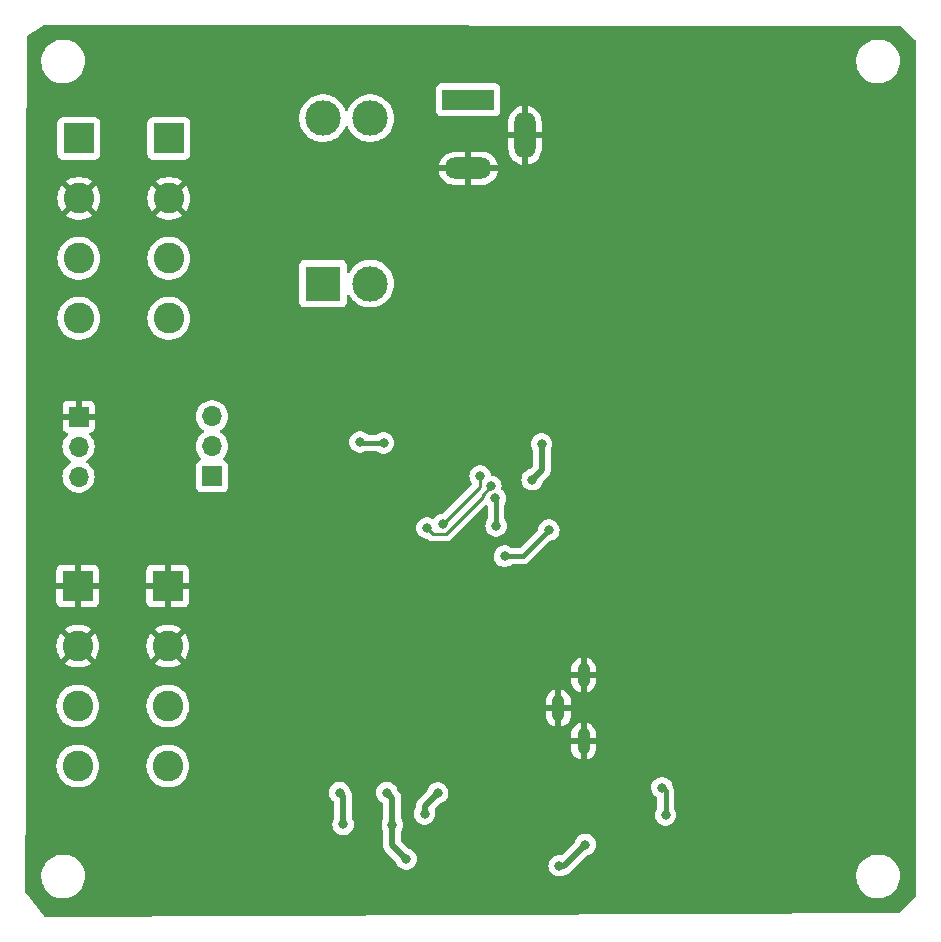
<source format=gbr>
%TF.GenerationSoftware,KiCad,Pcbnew,7.0.9*%
%TF.CreationDate,2023-11-24T07:46:00-06:00*%
%TF.ProjectId,TM13,544d3133-2e6b-4696-9361-645f70636258,rev?*%
%TF.SameCoordinates,Original*%
%TF.FileFunction,Copper,L2,Bot*%
%TF.FilePolarity,Positive*%
%FSLAX46Y46*%
G04 Gerber Fmt 4.6, Leading zero omitted, Abs format (unit mm)*
G04 Created by KiCad (PCBNEW 7.0.9) date 2023-11-24 07:46:00*
%MOMM*%
%LPD*%
G01*
G04 APERTURE LIST*
%TA.AperFunction,ComponentPad*%
%ADD10R,4.400000X1.800000*%
%TD*%
%TA.AperFunction,ComponentPad*%
%ADD11O,4.000000X1.800000*%
%TD*%
%TA.AperFunction,ComponentPad*%
%ADD12O,1.800000X4.000000*%
%TD*%
%TA.AperFunction,ComponentPad*%
%ADD13R,1.700000X1.700000*%
%TD*%
%TA.AperFunction,ComponentPad*%
%ADD14O,1.700000X1.700000*%
%TD*%
%TA.AperFunction,ComponentPad*%
%ADD15R,2.600000X2.600000*%
%TD*%
%TA.AperFunction,ComponentPad*%
%ADD16C,2.600000*%
%TD*%
%TA.AperFunction,ComponentPad*%
%ADD17O,1.100000X2.000000*%
%TD*%
%TA.AperFunction,ComponentPad*%
%ADD18O,1.100000X2.200000*%
%TD*%
%TA.AperFunction,ComponentPad*%
%ADD19R,3.000000X3.000000*%
%TD*%
%TA.AperFunction,ComponentPad*%
%ADD20C,3.000000*%
%TD*%
%TA.AperFunction,ViaPad*%
%ADD21C,0.800000*%
%TD*%
%TA.AperFunction,Conductor*%
%ADD22C,0.508000*%
%TD*%
%TA.AperFunction,Conductor*%
%ADD23C,0.381000*%
%TD*%
%TA.AperFunction,Conductor*%
%ADD24C,0.254000*%
%TD*%
G04 APERTURE END LIST*
D10*
%TO.P,J4,1*%
%TO.N,Net-(KF2-Pin_1)*%
X57800000Y-26750000D03*
D11*
%TO.P,J4,2*%
%TO.N,GND*%
X57800000Y-32550000D03*
D12*
%TO.P,J4,3*%
X62600000Y-29750000D03*
%TD*%
D13*
%TO.P,J2,1,Pin_1*%
%TO.N,GND*%
X24800000Y-53575000D03*
D14*
%TO.P,J2,2,Pin_2*%
%TO.N,Net-(J2-Pin_2)*%
X24800000Y-56115000D03*
%TO.P,J2,3,Pin_3*%
%TO.N,Net-(J2-Pin_3)*%
X24800000Y-58655000D03*
%TD*%
D15*
%TO.P,KF2,1,Pin_1*%
%TO.N,Net-(KF2-Pin_1)*%
X24821190Y-30015000D03*
X32441190Y-30015000D03*
D16*
%TO.P,KF2,2,Pin_2*%
%TO.N,GND*%
X24821190Y-35095000D03*
X32441190Y-35095000D03*
%TO.P,KF2,3,Pin_3*%
%TO.N,Net-(J3-Pin_2)*%
X24821190Y-40175000D03*
X32441190Y-40175000D03*
%TO.P,KF2,4,Pin_4*%
%TO.N,Net-(J2-Pin_2)*%
X24821190Y-45255000D03*
X32441190Y-45255000D03*
%TD*%
D17*
%TO.P,J5,S1,SHIELD*%
%TO.N,GND*%
X67560000Y-75462000D03*
D18*
%TO.P,J5,S2,SHIELD*%
X67560000Y-81062000D03*
%TO.P,J5,S3,SHIELD*%
X65410000Y-78262000D03*
%TD*%
D13*
%TO.P,J3,1,Pin_1*%
%TO.N,Net-(J3-Pin_1)*%
X36100000Y-58625000D03*
D14*
%TO.P,J3,2,Pin_2*%
%TO.N,Net-(J3-Pin_2)*%
X36100000Y-56085000D03*
%TO.P,J3,3,Pin_3*%
%TO.N,Net-(J3-Pin_3)*%
X36100000Y-53545000D03*
%TD*%
D15*
%TO.P,KF1,1,Pin_1*%
%TO.N,GND*%
X24735476Y-67915000D03*
X32355476Y-67915000D03*
D16*
%TO.P,KF1,2,Pin_2*%
X24735476Y-72995000D03*
X32355476Y-72995000D03*
%TO.P,KF1,3,Pin_3*%
%TO.N,Net-(KF1-Pin_3)*%
X24735476Y-78075000D03*
X32355476Y-78075000D03*
%TO.P,KF1,4,Pin_4*%
%TO.N,+3.3V*%
X24735476Y-83155000D03*
X32355476Y-83155000D03*
%TD*%
D19*
%TO.P,F1,1*%
%TO.N,Net-(D2-A)*%
X45495000Y-42305000D03*
D20*
X49495000Y-42305000D03*
%TO.P,F1,2*%
%TO.N,Net-(KF2-Pin_1)*%
X45495000Y-28305000D03*
X49495000Y-28305000D03*
%TD*%
D21*
%TO.N,+5V*%
X60092338Y-60492338D03*
X63200000Y-58900000D03*
X60147013Y-62824215D03*
X64000000Y-55900000D03*
%TO.N,GND*%
X62100000Y-67600000D03*
X94100000Y-57800000D03*
X75700000Y-56200000D03*
X48000000Y-53100000D03*
X65700000Y-25600000D03*
X72400000Y-41500000D03*
X77300000Y-38800000D03*
X61900000Y-58800000D03*
X34500000Y-63000000D03*
X86200000Y-25900000D03*
X80200000Y-70400000D03*
X70625000Y-72555000D03*
X93000000Y-83700000D03*
X64900000Y-44400000D03*
X79200000Y-24700000D03*
X45800000Y-48100000D03*
X77700000Y-65300000D03*
X58200000Y-90500000D03*
X56600000Y-51900000D03*
X90350000Y-84100000D03*
X62700000Y-90400000D03*
X66921920Y-85790000D03*
X84700000Y-82800000D03*
%TO.N,+3.3V*%
X60874395Y-65391624D03*
X64608615Y-63191385D03*
%TO.N,EN*%
X51363982Y-88141949D03*
X52541165Y-91034500D03*
X50900000Y-85400000D03*
X67700000Y-89800000D03*
X65500000Y-91600000D03*
%TO.N,SCL*%
X59704647Y-59487417D03*
X54300000Y-63000000D03*
%TO.N,SDA*%
X55645998Y-62700000D03*
X58805241Y-58588011D03*
%TO.N,IO0*%
X74500000Y-87300000D03*
X74200000Y-85000000D03*
%TO.N,Net-(KF1-Pin_3)*%
X54100001Y-87207000D03*
X55206288Y-85446500D03*
%TO.N,Net-(Q4-G)*%
X50626495Y-55797229D03*
X48623500Y-55721083D03*
%TO.N,Net-(U1-~{RST})*%
X46900000Y-85400000D03*
X47200000Y-88100000D03*
%TD*%
D22*
%TO.N,+5V*%
X64000000Y-55900000D02*
X64000000Y-58100000D01*
D23*
X60147011Y-60547011D02*
X60092338Y-60492338D01*
D22*
X64000000Y-58100000D02*
X63200000Y-58900000D01*
D23*
X60147011Y-62824215D02*
X60147011Y-60547011D01*
%TO.N,+3.3V*%
X64608615Y-63191385D02*
X62408376Y-65391624D01*
X62408376Y-65391624D02*
X60874395Y-65391624D01*
D22*
%TO.N,EN*%
X65900000Y-91600000D02*
X67700000Y-89800000D01*
X65500000Y-91600000D02*
X65900000Y-91600000D01*
X50900000Y-85400000D02*
X51363982Y-85863982D01*
X51363982Y-88141949D02*
X51363982Y-89857317D01*
X51363982Y-89857317D02*
X52541165Y-91034500D01*
X51363982Y-85863982D02*
X51363982Y-88141949D01*
D24*
%TO.N,SCL*%
X54800000Y-63500000D02*
X55900000Y-63500000D01*
X55900000Y-63500000D02*
X59020084Y-60379916D01*
X54300000Y-63000000D02*
X54800000Y-63500000D01*
X59020084Y-60171980D02*
X59704647Y-59487417D01*
X59020084Y-60379916D02*
X59020084Y-60171980D01*
%TO.N,SDA*%
X58805241Y-59540757D02*
X58805241Y-58588011D01*
X55645998Y-62700000D02*
X58805241Y-59540757D01*
D23*
%TO.N,IO0*%
X74500000Y-85300000D02*
X74200000Y-85000000D01*
X74500000Y-87300000D02*
X74500000Y-85300000D01*
D22*
%TO.N,Net-(KF1-Pin_3)*%
X54100000Y-86552788D02*
X55206288Y-85446500D01*
X54100000Y-87207000D02*
X54100000Y-86552788D01*
D23*
%TO.N,Net-(Q4-G)*%
X48699646Y-55797229D02*
X48623500Y-55721083D01*
X50626495Y-55797229D02*
X48699646Y-55797229D01*
D22*
%TO.N,Net-(U1-~{RST})*%
X47200000Y-85700000D02*
X46900000Y-85400000D01*
X47200000Y-88100000D02*
X47200000Y-85700000D01*
%TD*%
%TA.AperFunction,Conductor*%
%TO.N,GND*%
G36*
X94350837Y-20499932D02*
G01*
X94418930Y-20520028D01*
X94436126Y-20533347D01*
X95659463Y-21662581D01*
X95695952Y-21723483D01*
X95700000Y-21755166D01*
X95700000Y-94047810D01*
X95679998Y-94115931D01*
X95663095Y-94136905D01*
X94236688Y-95563311D01*
X94174376Y-95597337D01*
X94148116Y-95600215D01*
X21960880Y-95899747D01*
X21892677Y-95880028D01*
X21861968Y-95852460D01*
X20327672Y-93934590D01*
X20300736Y-93868901D01*
X20300061Y-93855704D01*
X20301651Y-92702930D01*
X20301837Y-92567765D01*
X21645788Y-92567765D01*
X21675412Y-92837014D01*
X21743928Y-93099090D01*
X21849869Y-93348389D01*
X21849870Y-93348390D01*
X21990982Y-93579610D01*
X22164255Y-93787820D01*
X22365998Y-93968582D01*
X22591910Y-94118044D01*
X22837176Y-94233020D01*
X23096569Y-94311060D01*
X23096572Y-94311060D01*
X23096574Y-94311061D01*
X23364557Y-94350500D01*
X23364561Y-94350500D01*
X23567633Y-94350500D01*
X23602363Y-94347957D01*
X23770156Y-94335677D01*
X23770160Y-94335676D01*
X23770161Y-94335676D01*
X23880665Y-94311060D01*
X24034553Y-94276780D01*
X24287558Y-94180014D01*
X24523777Y-94047441D01*
X24738177Y-93881888D01*
X24926186Y-93686881D01*
X25083799Y-93466579D01*
X25207656Y-93225675D01*
X25295118Y-92969305D01*
X25344319Y-92702933D01*
X25349259Y-92567765D01*
X90645788Y-92567765D01*
X90675412Y-92837014D01*
X90743928Y-93099090D01*
X90849869Y-93348389D01*
X90849870Y-93348390D01*
X90990982Y-93579610D01*
X91164255Y-93787820D01*
X91365998Y-93968582D01*
X91591910Y-94118044D01*
X91837176Y-94233020D01*
X92096569Y-94311060D01*
X92096572Y-94311060D01*
X92096574Y-94311061D01*
X92364557Y-94350500D01*
X92364561Y-94350500D01*
X92567633Y-94350500D01*
X92602363Y-94347957D01*
X92770156Y-94335677D01*
X92770160Y-94335676D01*
X92770161Y-94335676D01*
X92880665Y-94311060D01*
X93034553Y-94276780D01*
X93287558Y-94180014D01*
X93523777Y-94047441D01*
X93738177Y-93881888D01*
X93926186Y-93686881D01*
X94083799Y-93466579D01*
X94207656Y-93225675D01*
X94295118Y-92969305D01*
X94344319Y-92702933D01*
X94354212Y-92432235D01*
X94338126Y-92286037D01*
X94324587Y-92162985D01*
X94256071Y-91900909D01*
X94150130Y-91651610D01*
X94009018Y-91420390D01*
X93835745Y-91212180D01*
X93835741Y-91212177D01*
X93835740Y-91212175D01*
X93634012Y-91031427D01*
X93634002Y-91031418D01*
X93408090Y-90881956D01*
X93162824Y-90766980D01*
X93005392Y-90719615D01*
X92903425Y-90688938D01*
X92635442Y-90649500D01*
X92635439Y-90649500D01*
X92432369Y-90649500D01*
X92432367Y-90649500D01*
X92229839Y-90664323D01*
X92229838Y-90664323D01*
X91965456Y-90723217D01*
X91965441Y-90723222D01*
X91712441Y-90819986D01*
X91476229Y-90952555D01*
X91476225Y-90952557D01*
X91261818Y-91118116D01*
X91073815Y-91313117D01*
X91073810Y-91313123D01*
X90916203Y-91533417D01*
X90916196Y-91533427D01*
X90792343Y-91774324D01*
X90792342Y-91774327D01*
X90704883Y-92030689D01*
X90704880Y-92030702D01*
X90655681Y-92297058D01*
X90655680Y-92297069D01*
X90645788Y-92567765D01*
X25349259Y-92567765D01*
X25354212Y-92432235D01*
X25338126Y-92286037D01*
X25324587Y-92162985D01*
X25256071Y-91900909D01*
X25150130Y-91651610D01*
X25009018Y-91420390D01*
X24835745Y-91212180D01*
X24835741Y-91212177D01*
X24835740Y-91212175D01*
X24634012Y-91031427D01*
X24634002Y-91031418D01*
X24408090Y-90881956D01*
X24162824Y-90766980D01*
X24005392Y-90719615D01*
X23903425Y-90688938D01*
X23635442Y-90649500D01*
X23635439Y-90649500D01*
X23432369Y-90649500D01*
X23432367Y-90649500D01*
X23229839Y-90664323D01*
X23229838Y-90664323D01*
X22965456Y-90723217D01*
X22965441Y-90723222D01*
X22712441Y-90819986D01*
X22476229Y-90952555D01*
X22476225Y-90952557D01*
X22261818Y-91118116D01*
X22073815Y-91313117D01*
X22073810Y-91313123D01*
X21916203Y-91533417D01*
X21916196Y-91533427D01*
X21792343Y-91774324D01*
X21792342Y-91774327D01*
X21704883Y-92030689D01*
X21704880Y-92030702D01*
X21655681Y-92297058D01*
X21655680Y-92297069D01*
X21645788Y-92567765D01*
X20301837Y-92567765D01*
X20311723Y-85400000D01*
X45986496Y-85400000D01*
X46006457Y-85589927D01*
X46035355Y-85678864D01*
X46065473Y-85771556D01*
X46065476Y-85771561D01*
X46160958Y-85936941D01*
X46160965Y-85936951D01*
X46288744Y-86078864D01*
X46288747Y-86078867D01*
X46385560Y-86149205D01*
X46428915Y-86205427D01*
X46437500Y-86251141D01*
X46437500Y-87569927D01*
X46420619Y-87632926D01*
X46365475Y-87728437D01*
X46306457Y-87910072D01*
X46286496Y-88100000D01*
X46306457Y-88289927D01*
X46320088Y-88331877D01*
X46365473Y-88471556D01*
X46365476Y-88471561D01*
X46460958Y-88636941D01*
X46460965Y-88636951D01*
X46588744Y-88778864D01*
X46588747Y-88778866D01*
X46743248Y-88891118D01*
X46917712Y-88968794D01*
X47104513Y-89008500D01*
X47295487Y-89008500D01*
X47482288Y-88968794D01*
X47656752Y-88891118D01*
X47811253Y-88778866D01*
X47811255Y-88778864D01*
X47939034Y-88636951D01*
X47939035Y-88636949D01*
X47939040Y-88636944D01*
X48034527Y-88471556D01*
X48093542Y-88289928D01*
X48113504Y-88100000D01*
X48093542Y-87910072D01*
X48034527Y-87728444D01*
X48034525Y-87728441D01*
X48034524Y-87728437D01*
X47979381Y-87632926D01*
X47962500Y-87569927D01*
X47962500Y-85764728D01*
X47963830Y-85746468D01*
X47964213Y-85743851D01*
X47967366Y-85722328D01*
X47963564Y-85678866D01*
X47962740Y-85669444D01*
X47962500Y-85663951D01*
X47962500Y-85655585D01*
X47958631Y-85622489D01*
X47957854Y-85613612D01*
X47951831Y-85544760D01*
X47951830Y-85544756D01*
X47950347Y-85537573D01*
X47950406Y-85537560D01*
X47948750Y-85530085D01*
X47948691Y-85530100D01*
X47946998Y-85522959D01*
X47945718Y-85519443D01*
X47920309Y-85449630D01*
X47903863Y-85400000D01*
X49986496Y-85400000D01*
X50006457Y-85589927D01*
X50035355Y-85678864D01*
X50065473Y-85771556D01*
X50065476Y-85771561D01*
X50160958Y-85936941D01*
X50160965Y-85936951D01*
X50288744Y-86078864D01*
X50288743Y-86078864D01*
X50443243Y-86191115D01*
X50443245Y-86191116D01*
X50443248Y-86191118D01*
X50526732Y-86228287D01*
X50580826Y-86274264D01*
X50601476Y-86342191D01*
X50601482Y-86343392D01*
X50601482Y-87611876D01*
X50584601Y-87674875D01*
X50529457Y-87770386D01*
X50470439Y-87952021D01*
X50450478Y-88141949D01*
X50470439Y-88331876D01*
X50500508Y-88424419D01*
X50529455Y-88513505D01*
X50529458Y-88513510D01*
X50584601Y-88609020D01*
X50601482Y-88672020D01*
X50601482Y-89792588D01*
X50600152Y-89810847D01*
X50596616Y-89834985D01*
X50596616Y-89834990D01*
X50601242Y-89887872D01*
X50601482Y-89893365D01*
X50601482Y-89901733D01*
X50605350Y-89934828D01*
X50612150Y-90012554D01*
X50613634Y-90019740D01*
X50613575Y-90019752D01*
X50615233Y-90027233D01*
X50615292Y-90027220D01*
X50616983Y-90034357D01*
X50643672Y-90107686D01*
X50668216Y-90181755D01*
X50671317Y-90188405D01*
X50671262Y-90188430D01*
X50674601Y-90195327D01*
X50674655Y-90195300D01*
X50677944Y-90201849D01*
X50677947Y-90201853D01*
X50677948Y-90201856D01*
X50720830Y-90267055D01*
X50761794Y-90333466D01*
X50761795Y-90333467D01*
X50761797Y-90333470D01*
X50766344Y-90339220D01*
X50766296Y-90339257D01*
X50771136Y-90345198D01*
X50771182Y-90345160D01*
X50775893Y-90350774D01*
X50775894Y-90350775D01*
X50775897Y-90350779D01*
X50832666Y-90404338D01*
X51623763Y-91195435D01*
X51654499Y-91245590D01*
X51706638Y-91406056D01*
X51706641Y-91406061D01*
X51802123Y-91571441D01*
X51802130Y-91571451D01*
X51929909Y-91713364D01*
X51929912Y-91713366D01*
X52084413Y-91825618D01*
X52258877Y-91903294D01*
X52445678Y-91943000D01*
X52636652Y-91943000D01*
X52823453Y-91903294D01*
X52997917Y-91825618D01*
X53152418Y-91713366D01*
X53152420Y-91713364D01*
X53254493Y-91600000D01*
X64586496Y-91600000D01*
X64606457Y-91789927D01*
X64618054Y-91825617D01*
X64665473Y-91971556D01*
X64665476Y-91971561D01*
X64760958Y-92136941D01*
X64760965Y-92136951D01*
X64888744Y-92278864D01*
X64912006Y-92295765D01*
X65043248Y-92391118D01*
X65217712Y-92468794D01*
X65404513Y-92508500D01*
X65595487Y-92508500D01*
X65782288Y-92468794D01*
X65956752Y-92391118D01*
X65976471Y-92376790D01*
X66039556Y-92353202D01*
X66055240Y-92351831D01*
X66055249Y-92351827D01*
X66062424Y-92350347D01*
X66062436Y-92350407D01*
X66069914Y-92348749D01*
X66069900Y-92348690D01*
X66077029Y-92346999D01*
X66077042Y-92346998D01*
X66150369Y-92320309D01*
X66224440Y-92295765D01*
X66224443Y-92295762D01*
X66231090Y-92292664D01*
X66231116Y-92292720D01*
X66238003Y-92289386D01*
X66237976Y-92289331D01*
X66244533Y-92286037D01*
X66244535Y-92286035D01*
X66244539Y-92286034D01*
X66283002Y-92260735D01*
X66309739Y-92243151D01*
X66332930Y-92228845D01*
X66376149Y-92202188D01*
X66376152Y-92202185D01*
X66381909Y-92197634D01*
X66381947Y-92197682D01*
X66387874Y-92192855D01*
X66387834Y-92192807D01*
X66393453Y-92188090D01*
X66393462Y-92188085D01*
X66417145Y-92162982D01*
X66447022Y-92131315D01*
X67168264Y-91410072D01*
X67863516Y-90714820D01*
X67925826Y-90680797D01*
X67926285Y-90680697D01*
X67982288Y-90668794D01*
X68156752Y-90591118D01*
X68311253Y-90478866D01*
X68422211Y-90355635D01*
X68439034Y-90336951D01*
X68439035Y-90336949D01*
X68439040Y-90336944D01*
X68534527Y-90171556D01*
X68593542Y-89989928D01*
X68613504Y-89800000D01*
X68593542Y-89610072D01*
X68534527Y-89428444D01*
X68439040Y-89263056D01*
X68439038Y-89263054D01*
X68439034Y-89263048D01*
X68311255Y-89121135D01*
X68156752Y-89008882D01*
X67982288Y-88931206D01*
X67795487Y-88891500D01*
X67604513Y-88891500D01*
X67417711Y-88931206D01*
X67243247Y-89008882D01*
X67088744Y-89121135D01*
X66960965Y-89263048D01*
X66960958Y-89263058D01*
X66865476Y-89428438D01*
X66865473Y-89428445D01*
X66813335Y-89588905D01*
X66782597Y-89639063D01*
X65754928Y-90666732D01*
X65692616Y-90700758D01*
X65639639Y-90700884D01*
X65604123Y-90693335D01*
X65595487Y-90691500D01*
X65404513Y-90691500D01*
X65217711Y-90731206D01*
X65043247Y-90808882D01*
X64888744Y-90921135D01*
X64760965Y-91063048D01*
X64760958Y-91063058D01*
X64665476Y-91228438D01*
X64665473Y-91228445D01*
X64606457Y-91410072D01*
X64586496Y-91600000D01*
X53254493Y-91600000D01*
X53280199Y-91571451D01*
X53280200Y-91571449D01*
X53280205Y-91571444D01*
X53375692Y-91406056D01*
X53434707Y-91224428D01*
X53454669Y-91034500D01*
X53434707Y-90844572D01*
X53375692Y-90662944D01*
X53280205Y-90497556D01*
X53280203Y-90497554D01*
X53280199Y-90497548D01*
X53152420Y-90355635D01*
X52997917Y-90243382D01*
X52823453Y-90165706D01*
X52767576Y-90153828D01*
X52705103Y-90120099D01*
X52704680Y-90119677D01*
X52163387Y-89578384D01*
X52129361Y-89516072D01*
X52126482Y-89489289D01*
X52126482Y-88672020D01*
X52143363Y-88609020D01*
X52198509Y-88513505D01*
X52257524Y-88331877D01*
X52277486Y-88141949D01*
X52257524Y-87952021D01*
X52198509Y-87770393D01*
X52198507Y-87770390D01*
X52198506Y-87770386D01*
X52143363Y-87674875D01*
X52126482Y-87611876D01*
X52126482Y-87207000D01*
X53186497Y-87207000D01*
X53206458Y-87396927D01*
X53236527Y-87489470D01*
X53265474Y-87578556D01*
X53265477Y-87578561D01*
X53360959Y-87743941D01*
X53360966Y-87743951D01*
X53488745Y-87885864D01*
X53550000Y-87930368D01*
X53643249Y-87998118D01*
X53817713Y-88075794D01*
X54004514Y-88115500D01*
X54195488Y-88115500D01*
X54382289Y-88075794D01*
X54556753Y-87998118D01*
X54711254Y-87885866D01*
X54755306Y-87836941D01*
X54839035Y-87743951D01*
X54839036Y-87743949D01*
X54839041Y-87743944D01*
X54934528Y-87578556D01*
X54993543Y-87396928D01*
X55013505Y-87207000D01*
X54993543Y-87017072D01*
X54948860Y-86879555D01*
X54946833Y-86808589D01*
X54979597Y-86751527D01*
X55369804Y-86361320D01*
X55432114Y-86327296D01*
X55432469Y-86327219D01*
X55488576Y-86315294D01*
X55663040Y-86237618D01*
X55817541Y-86125366D01*
X55898859Y-86035053D01*
X55945322Y-85983451D01*
X55945323Y-85983449D01*
X55945328Y-85983444D01*
X56040815Y-85818056D01*
X56099830Y-85636428D01*
X56119792Y-85446500D01*
X56099830Y-85256572D01*
X56040815Y-85074944D01*
X55997546Y-85000000D01*
X73286496Y-85000000D01*
X73306457Y-85189927D01*
X73314866Y-85215806D01*
X73365473Y-85371556D01*
X73370288Y-85379895D01*
X73460958Y-85536941D01*
X73460965Y-85536951D01*
X73588744Y-85678864D01*
X73588743Y-85678864D01*
X73748590Y-85795000D01*
X73746840Y-85797407D01*
X73786907Y-85839304D01*
X73801000Y-85897207D01*
X73801000Y-86670220D01*
X73780998Y-86738341D01*
X73768637Y-86754530D01*
X73760961Y-86763054D01*
X73760958Y-86763058D01*
X73665476Y-86928438D01*
X73665473Y-86928445D01*
X73606457Y-87110072D01*
X73586496Y-87300000D01*
X73606457Y-87489927D01*
X73632451Y-87569927D01*
X73665473Y-87671556D01*
X73665476Y-87671561D01*
X73760958Y-87836941D01*
X73760965Y-87836951D01*
X73888744Y-87978864D01*
X73915245Y-87998118D01*
X74043248Y-88091118D01*
X74217712Y-88168794D01*
X74404513Y-88208500D01*
X74595487Y-88208500D01*
X74782288Y-88168794D01*
X74956752Y-88091118D01*
X75111253Y-87978866D01*
X75111255Y-87978864D01*
X75239034Y-87836951D01*
X75239035Y-87836949D01*
X75239040Y-87836944D01*
X75334527Y-87671556D01*
X75393542Y-87489928D01*
X75413504Y-87300000D01*
X75393542Y-87110072D01*
X75334527Y-86928444D01*
X75239040Y-86763056D01*
X75231362Y-86754529D01*
X75200646Y-86690522D01*
X75199000Y-86670220D01*
X75199000Y-85323019D01*
X75199115Y-85319214D01*
X75202849Y-85257485D01*
X75196422Y-85222416D01*
X75191694Y-85196618D01*
X75191130Y-85192916D01*
X75183673Y-85131490D01*
X75180161Y-85122230D01*
X75174035Y-85100253D01*
X75172251Y-85090517D01*
X75146863Y-85034108D01*
X75145411Y-85030602D01*
X75144593Y-85028444D01*
X75123480Y-84972773D01*
X75123478Y-84972771D01*
X75123478Y-84972769D01*
X75119937Y-84966023D01*
X75122020Y-84964929D01*
X75104977Y-84918874D01*
X75093542Y-84810072D01*
X75079753Y-84767634D01*
X75034527Y-84628444D01*
X74939040Y-84463056D01*
X74939038Y-84463054D01*
X74939034Y-84463048D01*
X74811255Y-84321135D01*
X74656752Y-84208882D01*
X74482288Y-84131206D01*
X74295487Y-84091500D01*
X74104513Y-84091500D01*
X73917711Y-84131206D01*
X73743247Y-84208882D01*
X73588744Y-84321135D01*
X73460965Y-84463048D01*
X73460958Y-84463058D01*
X73365476Y-84628438D01*
X73365473Y-84628445D01*
X73306457Y-84810072D01*
X73286496Y-85000000D01*
X55997546Y-85000000D01*
X55945328Y-84909556D01*
X55945326Y-84909554D01*
X55945322Y-84909548D01*
X55817543Y-84767635D01*
X55663040Y-84655382D01*
X55488576Y-84577706D01*
X55301775Y-84538000D01*
X55110801Y-84538000D01*
X54923999Y-84577706D01*
X54749535Y-84655382D01*
X54595032Y-84767635D01*
X54467253Y-84909548D01*
X54467246Y-84909558D01*
X54371764Y-85074938D01*
X54371761Y-85074944D01*
X54363540Y-85100246D01*
X54319623Y-85235405D01*
X54288885Y-85285563D01*
X53606602Y-85967846D01*
X53592753Y-85979816D01*
X53573179Y-85994389D01*
X53573176Y-85994391D01*
X53539056Y-86035053D01*
X53535349Y-86039099D01*
X53529428Y-86045021D01*
X53529428Y-86045022D01*
X53508754Y-86071167D01*
X53458604Y-86130935D01*
X53454574Y-86137063D01*
X53454523Y-86137030D01*
X53450405Y-86143494D01*
X53450455Y-86143525D01*
X53446607Y-86149762D01*
X53413625Y-86220493D01*
X53378604Y-86290226D01*
X53376095Y-86297120D01*
X53376039Y-86297099D01*
X53373525Y-86304333D01*
X53373582Y-86304352D01*
X53371275Y-86311312D01*
X53355498Y-86387722D01*
X53337499Y-86463666D01*
X53336648Y-86470955D01*
X53336587Y-86470947D01*
X53335809Y-86478561D01*
X53335871Y-86478567D01*
X53335231Y-86485878D01*
X53337500Y-86563863D01*
X53337500Y-86676929D01*
X53320619Y-86739929D01*
X53265477Y-86835438D01*
X53265474Y-86835445D01*
X53206458Y-87017072D01*
X53186497Y-87207000D01*
X52126482Y-87207000D01*
X52126482Y-85928717D01*
X52127812Y-85910457D01*
X52128159Y-85908086D01*
X52131349Y-85886310D01*
X52126721Y-85833422D01*
X52126482Y-85827935D01*
X52126482Y-85819567D01*
X52122615Y-85786485D01*
X52115814Y-85708749D01*
X52114329Y-85701557D01*
X52114389Y-85701544D01*
X52112732Y-85694067D01*
X52112673Y-85694082D01*
X52110980Y-85686941D01*
X52108040Y-85678864D01*
X52084291Y-85613612D01*
X52059747Y-85539542D01*
X52059744Y-85539538D01*
X52056646Y-85532892D01*
X52056700Y-85532866D01*
X52053362Y-85525970D01*
X52053307Y-85525998D01*
X52050013Y-85519438D01*
X52007142Y-85454257D01*
X52002357Y-85446500D01*
X51966171Y-85387833D01*
X51966170Y-85387832D01*
X51961618Y-85382075D01*
X51961665Y-85382037D01*
X51956827Y-85376098D01*
X51956781Y-85376138D01*
X51952064Y-85370516D01*
X51895315Y-85316976D01*
X51817403Y-85239064D01*
X51786665Y-85188906D01*
X51765001Y-85122233D01*
X51734527Y-85028444D01*
X51639040Y-84863056D01*
X51639038Y-84863054D01*
X51639034Y-84863048D01*
X51511255Y-84721135D01*
X51356752Y-84608882D01*
X51182288Y-84531206D01*
X50995487Y-84491500D01*
X50804513Y-84491500D01*
X50617711Y-84531206D01*
X50443247Y-84608882D01*
X50288744Y-84721135D01*
X50160965Y-84863048D01*
X50160958Y-84863058D01*
X50065476Y-85028438D01*
X50065473Y-85028445D01*
X50006457Y-85210072D01*
X49986496Y-85400000D01*
X47903863Y-85400000D01*
X47895765Y-85375560D01*
X47895763Y-85375556D01*
X47892664Y-85368910D01*
X47892718Y-85368884D01*
X47889380Y-85361988D01*
X47889325Y-85362016D01*
X47886036Y-85355468D01*
X47886034Y-85355461D01*
X47843151Y-85290261D01*
X47809315Y-85235405D01*
X47801304Y-85222416D01*
X47788712Y-85195207D01*
X47786665Y-85188906D01*
X47734527Y-85028444D01*
X47639040Y-84863056D01*
X47639038Y-84863054D01*
X47639034Y-84863048D01*
X47511255Y-84721135D01*
X47356752Y-84608882D01*
X47182288Y-84531206D01*
X46995487Y-84491500D01*
X46804513Y-84491500D01*
X46617711Y-84531206D01*
X46443247Y-84608882D01*
X46288744Y-84721135D01*
X46160965Y-84863048D01*
X46160958Y-84863058D01*
X46065476Y-85028438D01*
X46065473Y-85028445D01*
X46006457Y-85210072D01*
X45986496Y-85400000D01*
X20311723Y-85400000D01*
X20314820Y-83155000D01*
X22921905Y-83155000D01*
X22942161Y-83425302D01*
X23002477Y-83689560D01*
X23002478Y-83689562D01*
X23101503Y-83941875D01*
X23101506Y-83941883D01*
X23237030Y-84176617D01*
X23406037Y-84388546D01*
X23552582Y-84524518D01*
X23604733Y-84572907D01*
X23604739Y-84572911D01*
X23828681Y-84725593D01*
X23828688Y-84725597D01*
X23828691Y-84725599D01*
X23969479Y-84793399D01*
X24072899Y-84843204D01*
X24072912Y-84843209D01*
X24331907Y-84923098D01*
X24331909Y-84923098D01*
X24331918Y-84923101D01*
X24599948Y-84963500D01*
X24599952Y-84963500D01*
X24871000Y-84963500D01*
X24871004Y-84963500D01*
X25139034Y-84923101D01*
X25152738Y-84918874D01*
X25398039Y-84843209D01*
X25398041Y-84843207D01*
X25398048Y-84843206D01*
X25398053Y-84843203D01*
X25398057Y-84843202D01*
X25642256Y-84725602D01*
X25642256Y-84725601D01*
X25642262Y-84725599D01*
X25866219Y-84572907D01*
X26064918Y-84388542D01*
X26233919Y-84176621D01*
X26369447Y-83941879D01*
X26468475Y-83689559D01*
X26528791Y-83425299D01*
X26549047Y-83155000D01*
X30541905Y-83155000D01*
X30562161Y-83425302D01*
X30622477Y-83689560D01*
X30622478Y-83689562D01*
X30721503Y-83941875D01*
X30721506Y-83941883D01*
X30857030Y-84176617D01*
X31026037Y-84388546D01*
X31172582Y-84524518D01*
X31224733Y-84572907D01*
X31224739Y-84572911D01*
X31448681Y-84725593D01*
X31448688Y-84725597D01*
X31448691Y-84725599D01*
X31589479Y-84793399D01*
X31692899Y-84843204D01*
X31692912Y-84843209D01*
X31951907Y-84923098D01*
X31951909Y-84923098D01*
X31951918Y-84923101D01*
X32219948Y-84963500D01*
X32219952Y-84963500D01*
X32491000Y-84963500D01*
X32491004Y-84963500D01*
X32759034Y-84923101D01*
X32772738Y-84918874D01*
X33018039Y-84843209D01*
X33018041Y-84843207D01*
X33018048Y-84843206D01*
X33018053Y-84843203D01*
X33018057Y-84843202D01*
X33262256Y-84725602D01*
X33262256Y-84725601D01*
X33262262Y-84725599D01*
X33486219Y-84572907D01*
X33684918Y-84388542D01*
X33853919Y-84176621D01*
X33989447Y-83941879D01*
X34088475Y-83689559D01*
X34148791Y-83425299D01*
X34169047Y-83155000D01*
X34148791Y-82884701D01*
X34088475Y-82620441D01*
X33989447Y-82368121D01*
X33989446Y-82368120D01*
X33989445Y-82368116D01*
X33853921Y-82133382D01*
X33684914Y-81921453D01*
X33486224Y-81737098D01*
X33486218Y-81737092D01*
X33354803Y-81647495D01*
X33262262Y-81584401D01*
X33262259Y-81584400D01*
X33262257Y-81584398D01*
X33262256Y-81584397D01*
X33018057Y-81466797D01*
X33018039Y-81466790D01*
X32759044Y-81386901D01*
X32759036Y-81386899D01*
X32759034Y-81386899D01*
X32491004Y-81346500D01*
X32219948Y-81346500D01*
X31951918Y-81386899D01*
X31951916Y-81386899D01*
X31951907Y-81386901D01*
X31692912Y-81466790D01*
X31692899Y-81466795D01*
X31448688Y-81584402D01*
X31448681Y-81584406D01*
X31224739Y-81737088D01*
X31224727Y-81737098D01*
X31026037Y-81921453D01*
X30857030Y-82133382D01*
X30721506Y-82368116D01*
X30721503Y-82368124D01*
X30622478Y-82620437D01*
X30622477Y-82620439D01*
X30562161Y-82884697D01*
X30541905Y-83155000D01*
X26549047Y-83155000D01*
X26528791Y-82884701D01*
X26468475Y-82620441D01*
X26369447Y-82368121D01*
X26369446Y-82368120D01*
X26369445Y-82368116D01*
X26233921Y-82133382D01*
X26064914Y-81921453D01*
X25866224Y-81737098D01*
X25866218Y-81737092D01*
X25734803Y-81647495D01*
X25642262Y-81584401D01*
X25642259Y-81584400D01*
X25642257Y-81584398D01*
X25642256Y-81584397D01*
X25398057Y-81466797D01*
X25398039Y-81466790D01*
X25139044Y-81386901D01*
X25139036Y-81386899D01*
X25139034Y-81386899D01*
X24871004Y-81346500D01*
X24599948Y-81346500D01*
X24331918Y-81386899D01*
X24331916Y-81386899D01*
X24331907Y-81386901D01*
X24072912Y-81466790D01*
X24072899Y-81466795D01*
X23828688Y-81584402D01*
X23828681Y-81584406D01*
X23604739Y-81737088D01*
X23604727Y-81737098D01*
X23406037Y-81921453D01*
X23237030Y-82133382D01*
X23101506Y-82368116D01*
X23101503Y-82368124D01*
X23002478Y-82620437D01*
X23002477Y-82620439D01*
X22942161Y-82884697D01*
X22921905Y-83155000D01*
X20314820Y-83155000D01*
X20317356Y-81316000D01*
X66502000Y-81316000D01*
X66502000Y-81663979D01*
X66517307Y-81819397D01*
X66577806Y-82018838D01*
X66676047Y-82202634D01*
X66808261Y-82363738D01*
X66969365Y-82495952D01*
X67153161Y-82594193D01*
X67306000Y-82640555D01*
X67306000Y-81436624D01*
X67310000Y-81436624D01*
X67324505Y-81509545D01*
X67379760Y-81592240D01*
X67462455Y-81647495D01*
X67560000Y-81666898D01*
X67657545Y-81647495D01*
X67740240Y-81592240D01*
X67795495Y-81509545D01*
X67810000Y-81436624D01*
X67810000Y-81316000D01*
X67814000Y-81316000D01*
X67814000Y-82640555D01*
X67966838Y-82594193D01*
X68150634Y-82495952D01*
X68311738Y-82363738D01*
X68443952Y-82202634D01*
X68542193Y-82018838D01*
X68602692Y-81819397D01*
X68617999Y-81663979D01*
X68618000Y-81663963D01*
X68618000Y-81316000D01*
X67814000Y-81316000D01*
X67810000Y-81316000D01*
X67810000Y-80687376D01*
X67795495Y-80614455D01*
X67740240Y-80531760D01*
X67657545Y-80476505D01*
X67560000Y-80457102D01*
X67462455Y-80476505D01*
X67379760Y-80531760D01*
X67324505Y-80614455D01*
X67310000Y-80687376D01*
X67310000Y-81436624D01*
X67306000Y-81436624D01*
X67306000Y-81316000D01*
X66502000Y-81316000D01*
X20317356Y-81316000D01*
X20318057Y-80808000D01*
X66502000Y-80808000D01*
X67306000Y-80808000D01*
X67306000Y-79483443D01*
X67814000Y-79483443D01*
X67814000Y-80808000D01*
X68618000Y-80808000D01*
X68618000Y-80460036D01*
X68617999Y-80460020D01*
X68602692Y-80304602D01*
X68542193Y-80105161D01*
X68443952Y-79921365D01*
X68311738Y-79760261D01*
X68150634Y-79628047D01*
X67966839Y-79529806D01*
X67814000Y-79483443D01*
X67306000Y-79483443D01*
X67153160Y-79529806D01*
X66969365Y-79628047D01*
X66808261Y-79760261D01*
X66676047Y-79921365D01*
X66577806Y-80105161D01*
X66517307Y-80304602D01*
X66502000Y-80460020D01*
X66502000Y-80808000D01*
X20318057Y-80808000D01*
X20321827Y-78075000D01*
X22921905Y-78075000D01*
X22942161Y-78345302D01*
X23002477Y-78609560D01*
X23002478Y-78609562D01*
X23101503Y-78861875D01*
X23101506Y-78861883D01*
X23237030Y-79096617D01*
X23406037Y-79308546D01*
X23507441Y-79402634D01*
X23604733Y-79492907D01*
X23604739Y-79492911D01*
X23828681Y-79645593D01*
X23828688Y-79645597D01*
X23828691Y-79645599D01*
X23933250Y-79695952D01*
X24072899Y-79763204D01*
X24072912Y-79763209D01*
X24331907Y-79843098D01*
X24331909Y-79843098D01*
X24331918Y-79843101D01*
X24599948Y-79883500D01*
X24599952Y-79883500D01*
X24871000Y-79883500D01*
X24871004Y-79883500D01*
X25139034Y-79843101D01*
X25147288Y-79840555D01*
X25398039Y-79763209D01*
X25398041Y-79763207D01*
X25398048Y-79763206D01*
X25398053Y-79763203D01*
X25398057Y-79763202D01*
X25642256Y-79645602D01*
X25642256Y-79645601D01*
X25642262Y-79645599D01*
X25866219Y-79492907D01*
X26064918Y-79308542D01*
X26233919Y-79096621D01*
X26369447Y-78861879D01*
X26468475Y-78609559D01*
X26528791Y-78345299D01*
X26549047Y-78075000D01*
X30541905Y-78075000D01*
X30562161Y-78345302D01*
X30622477Y-78609560D01*
X30622478Y-78609562D01*
X30721503Y-78861875D01*
X30721506Y-78861883D01*
X30857030Y-79096617D01*
X31026037Y-79308546D01*
X31127441Y-79402634D01*
X31224733Y-79492907D01*
X31224739Y-79492911D01*
X31448681Y-79645593D01*
X31448688Y-79645597D01*
X31448691Y-79645599D01*
X31553250Y-79695952D01*
X31692899Y-79763204D01*
X31692912Y-79763209D01*
X31951907Y-79843098D01*
X31951909Y-79843098D01*
X31951918Y-79843101D01*
X32219948Y-79883500D01*
X32219952Y-79883500D01*
X32491000Y-79883500D01*
X32491004Y-79883500D01*
X32759034Y-79843101D01*
X32767288Y-79840555D01*
X33018039Y-79763209D01*
X33018041Y-79763207D01*
X33018048Y-79763206D01*
X33018053Y-79763203D01*
X33018057Y-79763202D01*
X33262256Y-79645602D01*
X33262256Y-79645601D01*
X33262262Y-79645599D01*
X33486219Y-79492907D01*
X33684918Y-79308542D01*
X33853919Y-79096621D01*
X33989447Y-78861879D01*
X34088475Y-78609559D01*
X34109829Y-78516000D01*
X64352000Y-78516000D01*
X64352000Y-78863979D01*
X64367307Y-79019397D01*
X64427806Y-79218838D01*
X64526047Y-79402634D01*
X64658261Y-79563738D01*
X64819365Y-79695952D01*
X65003161Y-79794193D01*
X65156000Y-79840555D01*
X65156000Y-78836624D01*
X65160000Y-78836624D01*
X65174505Y-78909545D01*
X65229760Y-78992240D01*
X65312455Y-79047495D01*
X65410000Y-79066898D01*
X65507545Y-79047495D01*
X65590240Y-78992240D01*
X65645495Y-78909545D01*
X65660000Y-78836624D01*
X65660000Y-78516000D01*
X65664000Y-78516000D01*
X65664000Y-79840555D01*
X65816838Y-79794193D01*
X66000634Y-79695952D01*
X66161738Y-79563738D01*
X66293952Y-79402634D01*
X66392193Y-79218838D01*
X66452692Y-79019397D01*
X66467999Y-78863979D01*
X66468000Y-78863963D01*
X66468000Y-78516000D01*
X65664000Y-78516000D01*
X65660000Y-78516000D01*
X65660000Y-77687376D01*
X65645495Y-77614455D01*
X65590240Y-77531760D01*
X65507545Y-77476505D01*
X65410000Y-77457102D01*
X65312455Y-77476505D01*
X65229760Y-77531760D01*
X65174505Y-77614455D01*
X65160000Y-77687376D01*
X65160000Y-78836624D01*
X65156000Y-78836624D01*
X65156000Y-78516000D01*
X64352000Y-78516000D01*
X34109829Y-78516000D01*
X34148791Y-78345299D01*
X34169047Y-78075000D01*
X34164026Y-78008000D01*
X64352000Y-78008000D01*
X65156000Y-78008000D01*
X65156000Y-76683443D01*
X65664000Y-76683443D01*
X65664000Y-78008000D01*
X66468000Y-78008000D01*
X66468000Y-77660036D01*
X66467999Y-77660020D01*
X66452692Y-77504602D01*
X66392193Y-77305161D01*
X66293952Y-77121365D01*
X66161738Y-76960261D01*
X66000634Y-76828047D01*
X65816839Y-76729806D01*
X65664000Y-76683443D01*
X65156000Y-76683443D01*
X65003160Y-76729806D01*
X64819365Y-76828047D01*
X64658261Y-76960261D01*
X64526047Y-77121365D01*
X64427806Y-77305161D01*
X64367307Y-77504602D01*
X64352000Y-77660020D01*
X64352000Y-78008000D01*
X34164026Y-78008000D01*
X34148791Y-77804701D01*
X34088475Y-77540441D01*
X33989447Y-77288121D01*
X33989446Y-77288120D01*
X33989445Y-77288116D01*
X33853921Y-77053382D01*
X33684914Y-76841453D01*
X33514618Y-76683443D01*
X33486219Y-76657093D01*
X33262262Y-76504401D01*
X33262259Y-76504400D01*
X33262257Y-76504398D01*
X33262256Y-76504397D01*
X33018057Y-76386797D01*
X33018039Y-76386790D01*
X32759044Y-76306901D01*
X32759036Y-76306899D01*
X32759034Y-76306899D01*
X32491004Y-76266500D01*
X32219948Y-76266500D01*
X31951918Y-76306899D01*
X31951916Y-76306899D01*
X31951907Y-76306901D01*
X31692912Y-76386790D01*
X31692899Y-76386795D01*
X31448688Y-76504402D01*
X31448681Y-76504406D01*
X31224739Y-76657088D01*
X31224727Y-76657098D01*
X31026037Y-76841453D01*
X30857030Y-77053382D01*
X30721506Y-77288116D01*
X30721503Y-77288124D01*
X30622478Y-77540437D01*
X30622477Y-77540439D01*
X30562161Y-77804697D01*
X30541905Y-78075000D01*
X26549047Y-78075000D01*
X26528791Y-77804701D01*
X26468475Y-77540441D01*
X26369447Y-77288121D01*
X26369446Y-77288120D01*
X26369445Y-77288116D01*
X26233921Y-77053382D01*
X26064914Y-76841453D01*
X25894618Y-76683443D01*
X25866219Y-76657093D01*
X25642262Y-76504401D01*
X25642259Y-76504400D01*
X25642257Y-76504398D01*
X25642256Y-76504397D01*
X25398057Y-76386797D01*
X25398039Y-76386790D01*
X25139044Y-76306901D01*
X25139036Y-76306899D01*
X25139034Y-76306899D01*
X24871004Y-76266500D01*
X24599948Y-76266500D01*
X24331918Y-76306899D01*
X24331916Y-76306899D01*
X24331907Y-76306901D01*
X24072912Y-76386790D01*
X24072899Y-76386795D01*
X23828688Y-76504402D01*
X23828681Y-76504406D01*
X23604739Y-76657088D01*
X23604727Y-76657098D01*
X23406037Y-76841453D01*
X23237030Y-77053382D01*
X23101506Y-77288116D01*
X23101503Y-77288124D01*
X23002478Y-77540437D01*
X23002477Y-77540439D01*
X22942161Y-77804697D01*
X22921905Y-78075000D01*
X20321827Y-78075000D01*
X20325081Y-75716000D01*
X66502000Y-75716000D01*
X66502000Y-75963979D01*
X66517307Y-76119397D01*
X66577806Y-76318838D01*
X66676047Y-76502634D01*
X66808261Y-76663738D01*
X66969365Y-76795952D01*
X67153161Y-76894193D01*
X67306000Y-76940555D01*
X67306000Y-75836624D01*
X67310000Y-75836624D01*
X67324505Y-75909545D01*
X67379760Y-75992240D01*
X67462455Y-76047495D01*
X67560000Y-76066898D01*
X67657545Y-76047495D01*
X67740240Y-75992240D01*
X67795495Y-75909545D01*
X67810000Y-75836624D01*
X67810000Y-75716000D01*
X67814000Y-75716000D01*
X67814000Y-76940555D01*
X67966838Y-76894193D01*
X68150634Y-76795952D01*
X68311738Y-76663738D01*
X68443952Y-76502634D01*
X68542193Y-76318838D01*
X68602692Y-76119397D01*
X68617999Y-75963979D01*
X68618000Y-75963963D01*
X68618000Y-75716000D01*
X67814000Y-75716000D01*
X67810000Y-75716000D01*
X67810000Y-75087376D01*
X67795495Y-75014455D01*
X67740240Y-74931760D01*
X67657545Y-74876505D01*
X67560000Y-74857102D01*
X67462455Y-74876505D01*
X67379760Y-74931760D01*
X67324505Y-75014455D01*
X67310000Y-75087376D01*
X67310000Y-75836624D01*
X67306000Y-75836624D01*
X67306000Y-75716000D01*
X66502000Y-75716000D01*
X20325081Y-75716000D01*
X20325782Y-75208000D01*
X66502000Y-75208000D01*
X67306000Y-75208000D01*
X67306000Y-73983443D01*
X67814000Y-73983443D01*
X67814000Y-75208000D01*
X68618000Y-75208000D01*
X68618000Y-74960036D01*
X68617999Y-74960020D01*
X68602692Y-74804602D01*
X68542193Y-74605161D01*
X68443952Y-74421365D01*
X68311738Y-74260261D01*
X68150634Y-74128047D01*
X67966839Y-74029806D01*
X67814000Y-73983443D01*
X67306000Y-73983443D01*
X67153160Y-74029806D01*
X66969365Y-74128047D01*
X66808261Y-74260261D01*
X66676047Y-74421365D01*
X66577806Y-74605161D01*
X66517307Y-74804602D01*
X66502000Y-74960020D01*
X66502000Y-75208000D01*
X20325782Y-75208000D01*
X20328834Y-72995000D01*
X22922406Y-72995000D01*
X22942656Y-73265227D01*
X23002956Y-73529413D01*
X23002957Y-73529416D01*
X23101956Y-73781664D01*
X23237444Y-74016335D01*
X23289568Y-74081696D01*
X23289569Y-74081696D01*
X24131541Y-73239724D01*
X24142664Y-73273956D01*
X24230662Y-73412619D01*
X24350379Y-73525040D01*
X24488636Y-73601048D01*
X23647931Y-74441752D01*
X23647931Y-74441753D01*
X23828945Y-74565167D01*
X23828946Y-74565168D01*
X24073078Y-74682735D01*
X24332023Y-74762611D01*
X24332031Y-74762612D01*
X24599989Y-74803000D01*
X24870963Y-74803000D01*
X25138920Y-74762612D01*
X25138928Y-74762611D01*
X25397873Y-74682735D01*
X25642005Y-74565168D01*
X25642006Y-74565167D01*
X25823020Y-74441753D01*
X24978958Y-73597691D01*
X25051105Y-73569126D01*
X25183968Y-73472595D01*
X25288651Y-73346055D01*
X25338917Y-73239232D01*
X26181382Y-74081697D01*
X26181383Y-74081696D01*
X26233501Y-74016343D01*
X26233507Y-74016335D01*
X26368995Y-73781664D01*
X26467994Y-73529416D01*
X26467995Y-73529413D01*
X26528295Y-73265227D01*
X26548545Y-72995000D01*
X30542406Y-72995000D01*
X30562656Y-73265227D01*
X30622956Y-73529413D01*
X30622957Y-73529416D01*
X30721956Y-73781664D01*
X30857444Y-74016335D01*
X30909568Y-74081696D01*
X30909569Y-74081696D01*
X31751541Y-73239724D01*
X31762664Y-73273956D01*
X31850662Y-73412619D01*
X31970379Y-73525040D01*
X32108636Y-73601048D01*
X31267931Y-74441752D01*
X31267931Y-74441753D01*
X31448945Y-74565167D01*
X31448946Y-74565168D01*
X31693078Y-74682735D01*
X31952023Y-74762611D01*
X31952031Y-74762612D01*
X32219989Y-74803000D01*
X32490963Y-74803000D01*
X32758920Y-74762612D01*
X32758928Y-74762611D01*
X33017873Y-74682735D01*
X33262005Y-74565168D01*
X33262006Y-74565167D01*
X33443020Y-74441753D01*
X32598958Y-73597691D01*
X32671105Y-73569126D01*
X32803968Y-73472595D01*
X32908651Y-73346055D01*
X32958917Y-73239232D01*
X33801382Y-74081697D01*
X33801383Y-74081696D01*
X33853501Y-74016343D01*
X33853507Y-74016335D01*
X33988995Y-73781664D01*
X34087994Y-73529416D01*
X34087995Y-73529413D01*
X34148295Y-73265227D01*
X34168545Y-72995000D01*
X34148295Y-72724772D01*
X34087995Y-72460586D01*
X34087994Y-72460583D01*
X33988995Y-72208335D01*
X33853507Y-71973664D01*
X33801382Y-71908302D01*
X33801381Y-71908302D01*
X32959409Y-72750273D01*
X32948288Y-72716044D01*
X32860290Y-72577381D01*
X32740573Y-72464960D01*
X32602315Y-72388951D01*
X33443019Y-71548246D01*
X33443019Y-71548244D01*
X33262013Y-71424836D01*
X33262005Y-71424831D01*
X33017873Y-71307264D01*
X32758928Y-71227388D01*
X32758920Y-71227387D01*
X32490963Y-71187000D01*
X32219989Y-71187000D01*
X31952031Y-71227387D01*
X31952023Y-71227388D01*
X31693078Y-71307264D01*
X31448946Y-71424831D01*
X31448938Y-71424836D01*
X31267931Y-71548244D01*
X31267931Y-71548246D01*
X32111993Y-72392308D01*
X32039847Y-72420874D01*
X31906984Y-72517405D01*
X31802301Y-72643945D01*
X31752034Y-72750767D01*
X30909569Y-71908302D01*
X30909567Y-71908302D01*
X30857444Y-71973664D01*
X30721956Y-72208335D01*
X30622957Y-72460583D01*
X30622956Y-72460586D01*
X30562656Y-72724772D01*
X30542406Y-72995000D01*
X26548545Y-72995000D01*
X26528295Y-72724772D01*
X26467995Y-72460586D01*
X26467994Y-72460583D01*
X26368995Y-72208335D01*
X26233507Y-71973664D01*
X26181382Y-71908302D01*
X26181381Y-71908302D01*
X25339409Y-72750273D01*
X25328288Y-72716044D01*
X25240290Y-72577381D01*
X25120573Y-72464960D01*
X24982315Y-72388951D01*
X25823019Y-71548246D01*
X25823019Y-71548244D01*
X25642013Y-71424836D01*
X25642005Y-71424831D01*
X25397873Y-71307264D01*
X25138928Y-71227388D01*
X25138920Y-71227387D01*
X24870963Y-71187000D01*
X24599989Y-71187000D01*
X24332031Y-71227387D01*
X24332023Y-71227388D01*
X24073078Y-71307264D01*
X23828946Y-71424831D01*
X23828938Y-71424836D01*
X23647931Y-71548244D01*
X23647931Y-71548246D01*
X24491993Y-72392308D01*
X24419847Y-72420874D01*
X24286984Y-72517405D01*
X24182301Y-72643945D01*
X24132034Y-72750767D01*
X23289569Y-71908302D01*
X23289567Y-71908302D01*
X23237444Y-71973664D01*
X23101956Y-72208335D01*
X23002957Y-72460583D01*
X23002956Y-72460586D01*
X22942656Y-72724772D01*
X22922406Y-72995000D01*
X20328834Y-72995000D01*
X20333981Y-69263597D01*
X22927476Y-69263597D01*
X22933981Y-69324093D01*
X22985031Y-69460964D01*
X22985031Y-69460965D01*
X23072571Y-69577904D01*
X23189510Y-69665444D01*
X23326382Y-69716494D01*
X23386878Y-69722999D01*
X23386891Y-69723000D01*
X24481476Y-69723000D01*
X24481476Y-68517111D01*
X24494293Y-68524158D01*
X24653362Y-68565000D01*
X24776370Y-68565000D01*
X24898409Y-68549583D01*
X24989476Y-68513526D01*
X24989476Y-69723000D01*
X26084061Y-69723000D01*
X26084073Y-69722999D01*
X26144569Y-69716494D01*
X26281440Y-69665444D01*
X26281441Y-69665444D01*
X26398380Y-69577904D01*
X26485920Y-69460965D01*
X26485920Y-69460964D01*
X26536970Y-69324093D01*
X26543475Y-69263597D01*
X30547476Y-69263597D01*
X30553981Y-69324093D01*
X30605031Y-69460964D01*
X30605031Y-69460965D01*
X30692571Y-69577904D01*
X30809510Y-69665444D01*
X30946382Y-69716494D01*
X31006878Y-69722999D01*
X31006891Y-69723000D01*
X32101476Y-69723000D01*
X32101476Y-68517111D01*
X32114293Y-68524158D01*
X32273362Y-68565000D01*
X32396370Y-68565000D01*
X32518409Y-68549583D01*
X32609476Y-68513526D01*
X32609476Y-69723000D01*
X33704061Y-69723000D01*
X33704073Y-69722999D01*
X33764569Y-69716494D01*
X33901440Y-69665444D01*
X33901441Y-69665444D01*
X34018380Y-69577904D01*
X34105920Y-69460965D01*
X34105920Y-69460964D01*
X34156970Y-69324093D01*
X34163475Y-69263597D01*
X34163476Y-69263585D01*
X34163476Y-68169000D01*
X32954322Y-68169000D01*
X32978576Y-68117457D01*
X33009349Y-67956138D01*
X32999037Y-67792234D01*
X32956397Y-67661000D01*
X34163476Y-67661000D01*
X34163476Y-66566414D01*
X34163475Y-66566402D01*
X34156970Y-66505906D01*
X34105920Y-66369035D01*
X34105920Y-66369034D01*
X34018380Y-66252095D01*
X33901441Y-66164555D01*
X33764569Y-66113505D01*
X33704073Y-66107000D01*
X32609476Y-66107000D01*
X32609476Y-67312888D01*
X32596659Y-67305842D01*
X32437590Y-67265000D01*
X32314582Y-67265000D01*
X32192543Y-67280417D01*
X32101476Y-67316473D01*
X32101476Y-66107000D01*
X31006878Y-66107000D01*
X30946382Y-66113505D01*
X30809511Y-66164555D01*
X30809510Y-66164555D01*
X30692571Y-66252095D01*
X30605031Y-66369034D01*
X30605031Y-66369035D01*
X30553981Y-66505906D01*
X30547476Y-66566402D01*
X30547476Y-67661000D01*
X31756630Y-67661000D01*
X31732376Y-67712543D01*
X31701603Y-67873862D01*
X31711915Y-68037766D01*
X31754555Y-68169000D01*
X30547476Y-68169000D01*
X30547476Y-69263597D01*
X26543475Y-69263597D01*
X26543476Y-69263585D01*
X26543476Y-68169000D01*
X25334322Y-68169000D01*
X25358576Y-68117457D01*
X25389349Y-67956138D01*
X25379037Y-67792234D01*
X25336397Y-67661000D01*
X26543476Y-67661000D01*
X26543476Y-66566414D01*
X26543475Y-66566402D01*
X26536970Y-66505906D01*
X26485920Y-66369035D01*
X26485920Y-66369034D01*
X26398380Y-66252095D01*
X26281441Y-66164555D01*
X26144569Y-66113505D01*
X26084073Y-66107000D01*
X24989476Y-66107000D01*
X24989476Y-67312888D01*
X24976659Y-67305842D01*
X24817590Y-67265000D01*
X24694582Y-67265000D01*
X24572543Y-67280417D01*
X24481476Y-67316473D01*
X24481476Y-66107000D01*
X23386878Y-66107000D01*
X23326382Y-66113505D01*
X23189511Y-66164555D01*
X23189510Y-66164555D01*
X23072571Y-66252095D01*
X22985031Y-66369034D01*
X22985031Y-66369035D01*
X22933981Y-66505906D01*
X22927476Y-66566402D01*
X22927476Y-67661000D01*
X24136630Y-67661000D01*
X24112376Y-67712543D01*
X24081603Y-67873862D01*
X24091915Y-68037766D01*
X24134555Y-68169000D01*
X22927476Y-68169000D01*
X22927476Y-69263597D01*
X20333981Y-69263597D01*
X20339321Y-65391624D01*
X59960891Y-65391624D01*
X59980852Y-65581551D01*
X60010921Y-65674094D01*
X60039868Y-65763180D01*
X60039871Y-65763185D01*
X60135353Y-65928565D01*
X60135360Y-65928575D01*
X60263139Y-66070488D01*
X60322347Y-66113505D01*
X60417643Y-66182742D01*
X60592107Y-66260418D01*
X60778908Y-66300124D01*
X60969882Y-66300124D01*
X61156683Y-66260418D01*
X61331147Y-66182742D01*
X61424815Y-66114688D01*
X61491683Y-66090829D01*
X61498876Y-66090624D01*
X62385356Y-66090624D01*
X62389157Y-66090738D01*
X62450891Y-66094473D01*
X62511728Y-66083323D01*
X62515483Y-66082752D01*
X62521040Y-66082077D01*
X62576886Y-66075297D01*
X62586141Y-66071786D01*
X62608117Y-66065660D01*
X62617859Y-66063875D01*
X62674276Y-66038482D01*
X62677734Y-66037050D01*
X62735603Y-66015104D01*
X62743758Y-66009473D01*
X62763628Y-65998268D01*
X62772651Y-65994208D01*
X62821374Y-65956035D01*
X62824370Y-65953831D01*
X62875303Y-65918676D01*
X62916343Y-65872350D01*
X62918896Y-65869638D01*
X64658089Y-64130446D01*
X64720399Y-64096422D01*
X64720827Y-64096329D01*
X64890903Y-64060179D01*
X65065367Y-63982503D01*
X65219868Y-63870251D01*
X65291120Y-63791118D01*
X65347649Y-63728336D01*
X65347650Y-63728334D01*
X65347655Y-63728329D01*
X65443142Y-63562941D01*
X65502157Y-63381313D01*
X65522119Y-63191385D01*
X65502157Y-63001457D01*
X65443142Y-62819829D01*
X65347655Y-62654441D01*
X65347653Y-62654439D01*
X65347649Y-62654433D01*
X65219870Y-62512520D01*
X65065367Y-62400267D01*
X64890903Y-62322591D01*
X64704102Y-62282885D01*
X64513128Y-62282885D01*
X64326326Y-62322591D01*
X64151862Y-62400267D01*
X63997359Y-62512520D01*
X63869580Y-62654433D01*
X63869573Y-62654443D01*
X63774091Y-62819823D01*
X63774088Y-62819830D01*
X63715074Y-63001452D01*
X63708587Y-63063167D01*
X63681573Y-63128824D01*
X63672372Y-63139090D01*
X62155743Y-64655720D01*
X62093433Y-64689744D01*
X62066650Y-64692624D01*
X61498876Y-64692624D01*
X61430755Y-64672622D01*
X61424815Y-64668560D01*
X61331147Y-64600506D01*
X61156683Y-64522830D01*
X60969882Y-64483124D01*
X60778908Y-64483124D01*
X60592106Y-64522830D01*
X60417642Y-64600506D01*
X60263139Y-64712759D01*
X60135360Y-64854672D01*
X60135353Y-64854682D01*
X60039871Y-65020062D01*
X60039868Y-65020069D01*
X59980852Y-65201696D01*
X59960891Y-65391624D01*
X20339321Y-65391624D01*
X20342620Y-63000000D01*
X53386496Y-63000000D01*
X53406457Y-63189927D01*
X53408358Y-63195776D01*
X53465473Y-63371556D01*
X53465476Y-63371561D01*
X53560958Y-63536941D01*
X53560965Y-63536951D01*
X53688744Y-63678864D01*
X53688747Y-63678866D01*
X53843248Y-63791118D01*
X54017712Y-63868794D01*
X54204513Y-63908500D01*
X54256770Y-63908500D01*
X54324891Y-63928502D01*
X54343023Y-63942650D01*
X54357693Y-63956426D01*
X54378901Y-63977635D01*
X54384472Y-63981956D01*
X54388986Y-63985812D01*
X54423494Y-64018217D01*
X54423496Y-64018218D01*
X54441324Y-64028019D01*
X54457852Y-64038876D01*
X54473933Y-64051350D01*
X54473932Y-64051350D01*
X54486585Y-64056825D01*
X54517394Y-64070157D01*
X54522711Y-64072762D01*
X54550190Y-64087869D01*
X54564197Y-64095569D01*
X54583912Y-64100630D01*
X54602614Y-64107034D01*
X54621292Y-64115117D01*
X54633521Y-64117053D01*
X54668047Y-64122522D01*
X54673860Y-64123724D01*
X54719718Y-64135500D01*
X54740066Y-64135500D01*
X54759775Y-64137050D01*
X54779879Y-64140235D01*
X54814503Y-64136962D01*
X54827011Y-64135780D01*
X54832944Y-64135500D01*
X55815930Y-64135500D01*
X55831798Y-64137252D01*
X55831826Y-64136962D01*
X55839718Y-64137708D01*
X55839718Y-64137707D01*
X55839719Y-64137708D01*
X55909985Y-64135500D01*
X55939983Y-64135500D01*
X55946969Y-64134617D01*
X55952873Y-64134152D01*
X56000205Y-64132665D01*
X56019751Y-64126985D01*
X56039102Y-64122978D01*
X56059299Y-64120427D01*
X56103332Y-64102992D01*
X56108915Y-64101081D01*
X56154393Y-64087869D01*
X56171907Y-64077510D01*
X56189656Y-64068814D01*
X56208588Y-64061319D01*
X56246903Y-64033480D01*
X56251840Y-64030237D01*
X56292598Y-64006134D01*
X56306984Y-63991747D01*
X56322018Y-63978906D01*
X56338487Y-63966942D01*
X56368678Y-63930446D01*
X56372646Y-63926084D01*
X59219686Y-61079045D01*
X59281996Y-61045021D01*
X59352812Y-61050086D01*
X59402416Y-61083833D01*
X59415648Y-61098529D01*
X59446365Y-61162537D01*
X59448011Y-61182838D01*
X59448011Y-62194437D01*
X59428009Y-62262558D01*
X59415648Y-62278746D01*
X59407973Y-62287270D01*
X59407971Y-62287272D01*
X59312489Y-62452653D01*
X59312486Y-62452659D01*
X59309108Y-62463056D01*
X59253470Y-62634287D01*
X59233509Y-62824215D01*
X59253470Y-63014142D01*
X59269400Y-63063167D01*
X59312486Y-63195771D01*
X59312489Y-63195776D01*
X59407971Y-63361156D01*
X59407978Y-63361166D01*
X59535757Y-63503079D01*
X59535760Y-63503081D01*
X59690261Y-63615333D01*
X59864725Y-63693009D01*
X60051526Y-63732715D01*
X60242500Y-63732715D01*
X60429301Y-63693009D01*
X60603765Y-63615333D01*
X60758266Y-63503081D01*
X60758268Y-63503079D01*
X60886047Y-63361166D01*
X60886048Y-63361164D01*
X60886053Y-63361159D01*
X60981540Y-63195771D01*
X61040555Y-63014143D01*
X61060517Y-62824215D01*
X61040555Y-62634287D01*
X60981540Y-62452659D01*
X60906445Y-62322591D01*
X60886055Y-62287274D01*
X60886055Y-62287273D01*
X60878372Y-62278740D01*
X60847657Y-62214732D01*
X60846011Y-62194433D01*
X60846011Y-61037697D01*
X60862891Y-60974698D01*
X60926865Y-60863894D01*
X60985880Y-60682266D01*
X61005842Y-60492338D01*
X60985880Y-60302410D01*
X60926865Y-60120782D01*
X60831378Y-59955394D01*
X60831376Y-59955392D01*
X60831372Y-59955386D01*
X60703593Y-59813473D01*
X60703594Y-59813473D01*
X60651226Y-59775426D01*
X60607872Y-59719203D01*
X60599977Y-59660325D01*
X60618151Y-59487417D01*
X60598189Y-59297489D01*
X60539174Y-59115861D01*
X60443687Y-58950473D01*
X60443685Y-58950471D01*
X60443681Y-58950465D01*
X60398242Y-58900000D01*
X62286496Y-58900000D01*
X62306457Y-59089927D01*
X62317838Y-59124952D01*
X62365473Y-59271556D01*
X62384084Y-59303791D01*
X62460958Y-59436941D01*
X62460965Y-59436951D01*
X62588744Y-59578864D01*
X62588747Y-59578866D01*
X62743248Y-59691118D01*
X62917712Y-59768794D01*
X63104513Y-59808500D01*
X63295487Y-59808500D01*
X63482288Y-59768794D01*
X63656752Y-59691118D01*
X63811253Y-59578866D01*
X63860971Y-59523649D01*
X63939034Y-59436951D01*
X63939035Y-59436949D01*
X63939040Y-59436944D01*
X64034527Y-59271556D01*
X64086665Y-59111090D01*
X64117401Y-59060934D01*
X64493405Y-58684931D01*
X64507243Y-58672972D01*
X64526822Y-58658398D01*
X64560952Y-58617721D01*
X64564651Y-58613685D01*
X64570573Y-58607765D01*
X64591245Y-58581620D01*
X64641396Y-58521853D01*
X64641398Y-58521848D01*
X64645430Y-58515720D01*
X64645483Y-58515755D01*
X64649595Y-58509300D01*
X64649541Y-58509267D01*
X64653389Y-58503027D01*
X64653395Y-58503020D01*
X64686374Y-58432294D01*
X64721394Y-58362566D01*
X64721394Y-58362562D01*
X64721396Y-58362560D01*
X64723907Y-58355663D01*
X64723965Y-58355684D01*
X64726477Y-58348455D01*
X64726417Y-58348435D01*
X64728722Y-58341477D01*
X64728725Y-58341473D01*
X64744500Y-58265068D01*
X64762500Y-58189123D01*
X64762500Y-58189116D01*
X64763352Y-58181835D01*
X64763411Y-58181842D01*
X64764190Y-58174225D01*
X64764129Y-58174220D01*
X64764767Y-58166917D01*
X64764769Y-58166908D01*
X64762500Y-58088908D01*
X64762500Y-56430071D01*
X64779381Y-56367071D01*
X64834527Y-56271556D01*
X64893542Y-56089928D01*
X64913504Y-55900000D01*
X64893542Y-55710072D01*
X64834527Y-55528444D01*
X64739040Y-55363056D01*
X64739038Y-55363054D01*
X64739034Y-55363048D01*
X64611255Y-55221135D01*
X64456752Y-55108882D01*
X64282288Y-55031206D01*
X64095487Y-54991500D01*
X63904513Y-54991500D01*
X63717711Y-55031206D01*
X63543247Y-55108882D01*
X63388744Y-55221135D01*
X63260965Y-55363048D01*
X63260958Y-55363058D01*
X63165476Y-55528438D01*
X63165473Y-55528445D01*
X63106457Y-55710072D01*
X63086496Y-55900000D01*
X63106457Y-56089927D01*
X63107340Y-56092644D01*
X63165473Y-56271556D01*
X63204628Y-56339375D01*
X63220619Y-56367071D01*
X63237500Y-56430071D01*
X63237500Y-57731970D01*
X63217498Y-57800091D01*
X63200595Y-57821066D01*
X63036481Y-57985179D01*
X62974169Y-58019204D01*
X62973585Y-58019329D01*
X62917713Y-58031205D01*
X62743249Y-58108881D01*
X62743248Y-58108882D01*
X62588744Y-58221135D01*
X62460965Y-58363048D01*
X62460958Y-58363058D01*
X62369278Y-58521853D01*
X62365473Y-58528444D01*
X62350999Y-58572986D01*
X62306457Y-58710072D01*
X62286496Y-58900000D01*
X60398242Y-58900000D01*
X60315902Y-58808552D01*
X60161399Y-58696299D01*
X59986935Y-58618623D01*
X59805451Y-58580047D01*
X59742977Y-58546318D01*
X59708656Y-58484169D01*
X59706338Y-58469969D01*
X59702378Y-58432294D01*
X59698783Y-58398083D01*
X59639768Y-58216455D01*
X59544281Y-58051067D01*
X59544279Y-58051065D01*
X59544275Y-58051059D01*
X59416496Y-57909146D01*
X59261993Y-57796893D01*
X59087529Y-57719217D01*
X58900728Y-57679511D01*
X58709754Y-57679511D01*
X58522952Y-57719217D01*
X58348488Y-57796893D01*
X58193985Y-57909146D01*
X58066206Y-58051059D01*
X58066199Y-58051069D01*
X57970717Y-58216449D01*
X57970714Y-58216455D01*
X57956240Y-58260997D01*
X57911698Y-58398083D01*
X57891737Y-58588011D01*
X57911698Y-58777938D01*
X57941767Y-58870481D01*
X57970714Y-58959567D01*
X57970717Y-58959572D01*
X58066199Y-59124952D01*
X58066206Y-59124962D01*
X58107536Y-59170862D01*
X58138254Y-59234869D01*
X58129491Y-59305322D01*
X58102996Y-59344268D01*
X55692670Y-61754595D01*
X55630358Y-61788620D01*
X55603575Y-61791500D01*
X55550511Y-61791500D01*
X55363709Y-61831206D01*
X55189245Y-61908882D01*
X55034742Y-62021135D01*
X54906955Y-62163057D01*
X54905053Y-62165676D01*
X54903565Y-62166822D01*
X54902539Y-62167963D01*
X54902330Y-62167775D01*
X54848827Y-62209024D01*
X54778090Y-62215092D01*
X54751876Y-62206711D01*
X54582288Y-62131206D01*
X54395487Y-62091500D01*
X54204513Y-62091500D01*
X54017711Y-62131206D01*
X53843247Y-62208882D01*
X53688744Y-62321135D01*
X53560965Y-62463048D01*
X53560958Y-62463058D01*
X53465476Y-62628438D01*
X53465473Y-62628444D01*
X53457029Y-62654433D01*
X53406457Y-62810072D01*
X53386496Y-63000000D01*
X20342620Y-63000000D01*
X20348613Y-58655000D01*
X23436844Y-58655000D01*
X23441407Y-58710072D01*
X23455437Y-58879375D01*
X23510702Y-59097612D01*
X23510703Y-59097613D01*
X23510704Y-59097616D01*
X23570908Y-59234869D01*
X23601141Y-59303793D01*
X23724275Y-59492265D01*
X23724279Y-59492270D01*
X23876762Y-59657908D01*
X23879860Y-59660319D01*
X24054424Y-59796189D01*
X24252426Y-59903342D01*
X24252427Y-59903342D01*
X24252428Y-59903343D01*
X24318097Y-59925887D01*
X24465365Y-59976444D01*
X24687431Y-60013500D01*
X24687435Y-60013500D01*
X24912565Y-60013500D01*
X24912569Y-60013500D01*
X25134635Y-59976444D01*
X25347574Y-59903342D01*
X25545576Y-59796189D01*
X25723240Y-59657906D01*
X25875722Y-59492268D01*
X25998860Y-59303791D01*
X26089296Y-59097616D01*
X26144564Y-58879368D01*
X26163156Y-58655000D01*
X26144564Y-58430632D01*
X26144562Y-58430624D01*
X26089297Y-58212387D01*
X26089296Y-58212386D01*
X26089296Y-58212384D01*
X25998860Y-58006209D01*
X25935445Y-57909145D01*
X25875724Y-57817734D01*
X25875720Y-57817729D01*
X25723237Y-57652091D01*
X25641382Y-57588381D01*
X25545576Y-57513811D01*
X25512319Y-57495813D01*
X25461929Y-57445802D01*
X25446576Y-57376485D01*
X25471136Y-57309872D01*
X25512320Y-57274186D01*
X25545576Y-57256189D01*
X25723240Y-57117906D01*
X25875722Y-56952268D01*
X25998860Y-56763791D01*
X26089296Y-56557616D01*
X26144564Y-56339368D01*
X26163156Y-56115000D01*
X26160670Y-56085000D01*
X34736844Y-56085000D01*
X34752303Y-56271561D01*
X34755437Y-56309375D01*
X34810702Y-56527612D01*
X34810703Y-56527613D01*
X34810704Y-56527616D01*
X34888831Y-56705729D01*
X34901141Y-56733793D01*
X35024275Y-56922265D01*
X35024278Y-56922268D01*
X35051895Y-56952268D01*
X35167475Y-57077820D01*
X35198896Y-57141485D01*
X35190909Y-57212031D01*
X35146051Y-57267060D01*
X35118807Y-57281213D01*
X35003797Y-57324110D01*
X35003792Y-57324112D01*
X34886738Y-57411738D01*
X34799112Y-57528792D01*
X34799110Y-57528797D01*
X34748011Y-57665795D01*
X34748009Y-57665803D01*
X34741500Y-57726350D01*
X34741500Y-59523649D01*
X34748009Y-59584196D01*
X34748011Y-59584204D01*
X34799110Y-59721202D01*
X34799112Y-59721207D01*
X34886738Y-59838261D01*
X35003792Y-59925887D01*
X35003794Y-59925888D01*
X35003796Y-59925889D01*
X35062875Y-59947924D01*
X35140795Y-59976988D01*
X35140803Y-59976990D01*
X35201350Y-59983499D01*
X35201355Y-59983499D01*
X35201362Y-59983500D01*
X35201368Y-59983500D01*
X36998632Y-59983500D01*
X36998638Y-59983500D01*
X36998645Y-59983499D01*
X36998649Y-59983499D01*
X37059196Y-59976990D01*
X37059199Y-59976989D01*
X37059201Y-59976989D01*
X37196204Y-59925889D01*
X37313261Y-59838261D01*
X37360299Y-59775426D01*
X37400887Y-59721207D01*
X37400887Y-59721206D01*
X37400889Y-59721204D01*
X37451989Y-59584201D01*
X37458500Y-59523638D01*
X37458500Y-57726362D01*
X37457732Y-57719217D01*
X37451990Y-57665803D01*
X37451988Y-57665795D01*
X37400889Y-57528797D01*
X37400887Y-57528792D01*
X37313261Y-57411738D01*
X37196207Y-57324112D01*
X37196203Y-57324110D01*
X37081192Y-57281213D01*
X37024356Y-57238667D01*
X36999546Y-57172146D01*
X37014638Y-57102772D01*
X37032525Y-57077820D01*
X37175714Y-56922277D01*
X37175724Y-56922265D01*
X37182441Y-56911983D01*
X37298860Y-56733791D01*
X37389296Y-56527616D01*
X37444564Y-56309368D01*
X37463156Y-56085000D01*
X37444564Y-55860632D01*
X37409225Y-55721083D01*
X47709996Y-55721083D01*
X47729957Y-55911010D01*
X47760026Y-56003553D01*
X47788973Y-56092639D01*
X47788976Y-56092644D01*
X47884458Y-56258024D01*
X47884465Y-56258034D01*
X48012244Y-56399947D01*
X48012247Y-56399949D01*
X48166748Y-56512201D01*
X48341212Y-56589877D01*
X48528013Y-56629583D01*
X48718987Y-56629583D01*
X48905788Y-56589877D01*
X49080252Y-56512201D01*
X49080251Y-56512201D01*
X49086285Y-56509515D01*
X49086903Y-56510904D01*
X49141679Y-56496229D01*
X50002014Y-56496229D01*
X50070135Y-56516231D01*
X50076075Y-56520293D01*
X50169743Y-56588347D01*
X50344207Y-56666023D01*
X50531008Y-56705729D01*
X50721982Y-56705729D01*
X50908783Y-56666023D01*
X51083247Y-56588347D01*
X51237748Y-56476095D01*
X51360851Y-56339375D01*
X51365529Y-56334180D01*
X51365530Y-56334178D01*
X51365535Y-56334173D01*
X51461022Y-56168785D01*
X51520037Y-55987157D01*
X51539999Y-55797229D01*
X51520037Y-55607301D01*
X51461022Y-55425673D01*
X51365535Y-55260285D01*
X51365533Y-55260283D01*
X51365529Y-55260277D01*
X51237750Y-55118364D01*
X51083247Y-55006111D01*
X50908783Y-54928435D01*
X50721982Y-54888729D01*
X50531008Y-54888729D01*
X50344206Y-54928435D01*
X50169742Y-55006111D01*
X50076075Y-55074165D01*
X50009207Y-55098024D01*
X50002014Y-55098229D01*
X49341285Y-55098229D01*
X49273164Y-55078227D01*
X49247649Y-55056540D01*
X49234751Y-55042215D01*
X49234750Y-55042214D01*
X49080252Y-54929965D01*
X48905788Y-54852289D01*
X48718987Y-54812583D01*
X48528013Y-54812583D01*
X48341211Y-54852289D01*
X48166747Y-54929965D01*
X48012244Y-55042218D01*
X47884465Y-55184131D01*
X47884458Y-55184141D01*
X47788976Y-55349521D01*
X47788973Y-55349527D01*
X47774499Y-55394069D01*
X47729957Y-55531155D01*
X47709996Y-55721083D01*
X37409225Y-55721083D01*
X37389296Y-55642384D01*
X37298860Y-55436209D01*
X37242224Y-55349521D01*
X37175724Y-55247734D01*
X37175720Y-55247729D01*
X37023237Y-55082091D01*
X36901798Y-54987571D01*
X36845576Y-54943811D01*
X36812319Y-54925813D01*
X36761929Y-54875802D01*
X36746576Y-54806485D01*
X36771136Y-54739872D01*
X36812320Y-54704186D01*
X36845576Y-54686189D01*
X37023240Y-54547906D01*
X37175722Y-54382268D01*
X37298860Y-54193791D01*
X37389296Y-53987616D01*
X37444564Y-53769368D01*
X37463156Y-53545000D01*
X37444564Y-53320632D01*
X37389296Y-53102384D01*
X37298860Y-52896209D01*
X37292140Y-52885924D01*
X37175724Y-52707734D01*
X37175720Y-52707729D01*
X37023237Y-52542091D01*
X36941382Y-52478381D01*
X36845576Y-52403811D01*
X36647574Y-52296658D01*
X36647572Y-52296657D01*
X36647571Y-52296656D01*
X36434639Y-52223557D01*
X36434630Y-52223555D01*
X36390476Y-52216187D01*
X36212569Y-52186500D01*
X35987431Y-52186500D01*
X35839211Y-52211233D01*
X35765369Y-52223555D01*
X35765360Y-52223557D01*
X35552428Y-52296656D01*
X35552426Y-52296658D01*
X35354426Y-52403810D01*
X35354424Y-52403811D01*
X35176762Y-52542091D01*
X35024279Y-52707729D01*
X35024275Y-52707734D01*
X34901141Y-52896206D01*
X34810703Y-53102386D01*
X34810702Y-53102387D01*
X34755437Y-53320624D01*
X34736844Y-53545000D01*
X34755437Y-53769375D01*
X34810702Y-53987612D01*
X34810703Y-53987613D01*
X34901141Y-54193793D01*
X35024275Y-54382265D01*
X35024279Y-54382270D01*
X35176762Y-54547908D01*
X35231331Y-54590381D01*
X35354424Y-54686189D01*
X35387680Y-54704186D01*
X35438071Y-54754200D01*
X35453423Y-54823516D01*
X35428862Y-54890129D01*
X35387680Y-54925813D01*
X35354426Y-54943810D01*
X35354424Y-54943811D01*
X35176762Y-55082091D01*
X35024279Y-55247729D01*
X35024275Y-55247734D01*
X34901141Y-55436206D01*
X34810703Y-55642386D01*
X34810702Y-55642387D01*
X34755437Y-55860624D01*
X34755436Y-55860630D01*
X34755436Y-55860632D01*
X34736844Y-56085000D01*
X26160670Y-56085000D01*
X26144564Y-55890632D01*
X26089296Y-55672384D01*
X25998860Y-55466209D01*
X25972373Y-55425667D01*
X25875724Y-55277734D01*
X25875714Y-55277722D01*
X25732159Y-55121782D01*
X25700737Y-55058117D01*
X25708723Y-54987571D01*
X25753582Y-54932542D01*
X25780827Y-54918388D01*
X25895965Y-54875444D01*
X26012904Y-54787904D01*
X26100444Y-54670965D01*
X26100444Y-54670964D01*
X26151494Y-54534093D01*
X26157999Y-54473597D01*
X26158000Y-54473585D01*
X26158000Y-53829000D01*
X25231116Y-53829000D01*
X25259493Y-53784844D01*
X25300000Y-53646889D01*
X25300000Y-53503111D01*
X25259493Y-53365156D01*
X25231116Y-53321000D01*
X26158000Y-53321000D01*
X26158000Y-52676414D01*
X26157999Y-52676402D01*
X26151494Y-52615906D01*
X26100444Y-52479035D01*
X26100444Y-52479034D01*
X26012904Y-52362095D01*
X25895965Y-52274555D01*
X25759093Y-52223505D01*
X25698597Y-52217000D01*
X25054000Y-52217000D01*
X25054000Y-53141325D01*
X24942315Y-53090320D01*
X24835763Y-53075000D01*
X24764237Y-53075000D01*
X24657685Y-53090320D01*
X24546000Y-53141325D01*
X24546000Y-52217000D01*
X23901402Y-52217000D01*
X23840906Y-52223505D01*
X23704035Y-52274555D01*
X23704034Y-52274555D01*
X23587095Y-52362095D01*
X23499555Y-52479034D01*
X23499555Y-52479035D01*
X23448505Y-52615906D01*
X23442000Y-52676402D01*
X23442000Y-53321000D01*
X24368884Y-53321000D01*
X24340507Y-53365156D01*
X24300000Y-53503111D01*
X24300000Y-53646889D01*
X24340507Y-53784844D01*
X24368884Y-53829000D01*
X23442000Y-53829000D01*
X23442000Y-54473597D01*
X23448505Y-54534093D01*
X23499555Y-54670964D01*
X23499555Y-54670965D01*
X23587095Y-54787904D01*
X23704034Y-54875444D01*
X23819172Y-54918388D01*
X23876008Y-54960935D01*
X23900819Y-55027455D01*
X23885728Y-55096829D01*
X23867841Y-55121782D01*
X23724280Y-55277729D01*
X23724275Y-55277734D01*
X23601141Y-55466206D01*
X23510703Y-55672386D01*
X23510702Y-55672387D01*
X23455437Y-55890624D01*
X23455436Y-55890630D01*
X23455436Y-55890632D01*
X23436844Y-56115000D01*
X23455006Y-56334180D01*
X23455437Y-56339375D01*
X23510702Y-56557612D01*
X23510703Y-56557613D01*
X23510704Y-56557616D01*
X23575672Y-56705729D01*
X23601141Y-56763793D01*
X23724275Y-56952265D01*
X23724279Y-56952270D01*
X23876762Y-57117908D01*
X23907054Y-57141485D01*
X24054424Y-57256189D01*
X24087680Y-57274186D01*
X24138071Y-57324200D01*
X24153423Y-57393516D01*
X24128862Y-57460129D01*
X24087680Y-57495813D01*
X24054426Y-57513810D01*
X24054424Y-57513811D01*
X23876762Y-57652091D01*
X23724279Y-57817729D01*
X23724275Y-57817734D01*
X23601141Y-58006206D01*
X23510703Y-58212386D01*
X23510702Y-58212387D01*
X23455437Y-58430624D01*
X23455436Y-58430630D01*
X23455436Y-58430632D01*
X23436844Y-58655000D01*
X20348613Y-58655000D01*
X20367096Y-45255000D01*
X23007619Y-45255000D01*
X23027875Y-45525302D01*
X23088191Y-45789560D01*
X23088192Y-45789562D01*
X23187217Y-46041875D01*
X23187220Y-46041883D01*
X23322744Y-46276617D01*
X23491751Y-46488546D01*
X23638296Y-46624518D01*
X23690447Y-46672907D01*
X23690453Y-46672911D01*
X23914395Y-46825593D01*
X23914402Y-46825597D01*
X23914405Y-46825599D01*
X24055193Y-46893399D01*
X24158613Y-46943204D01*
X24158626Y-46943209D01*
X24417621Y-47023098D01*
X24417623Y-47023098D01*
X24417632Y-47023101D01*
X24685662Y-47063500D01*
X24685666Y-47063500D01*
X24956714Y-47063500D01*
X24956718Y-47063500D01*
X25224748Y-47023101D01*
X25224758Y-47023098D01*
X25483753Y-46943209D01*
X25483755Y-46943207D01*
X25483762Y-46943206D01*
X25483767Y-46943203D01*
X25483771Y-46943202D01*
X25727970Y-46825602D01*
X25727970Y-46825601D01*
X25727976Y-46825599D01*
X25951933Y-46672907D01*
X26150632Y-46488542D01*
X26319633Y-46276621D01*
X26455161Y-46041879D01*
X26554189Y-45789559D01*
X26614505Y-45525299D01*
X26634761Y-45255000D01*
X30627619Y-45255000D01*
X30647875Y-45525302D01*
X30708191Y-45789560D01*
X30708192Y-45789562D01*
X30807217Y-46041875D01*
X30807220Y-46041883D01*
X30942744Y-46276617D01*
X31111751Y-46488546D01*
X31258296Y-46624518D01*
X31310447Y-46672907D01*
X31310453Y-46672911D01*
X31534395Y-46825593D01*
X31534402Y-46825597D01*
X31534405Y-46825599D01*
X31675193Y-46893399D01*
X31778613Y-46943204D01*
X31778626Y-46943209D01*
X32037621Y-47023098D01*
X32037623Y-47023098D01*
X32037632Y-47023101D01*
X32305662Y-47063500D01*
X32305666Y-47063500D01*
X32576714Y-47063500D01*
X32576718Y-47063500D01*
X32844748Y-47023101D01*
X32844758Y-47023098D01*
X33103753Y-46943209D01*
X33103755Y-46943207D01*
X33103762Y-46943206D01*
X33103767Y-46943203D01*
X33103771Y-46943202D01*
X33347970Y-46825602D01*
X33347970Y-46825601D01*
X33347976Y-46825599D01*
X33571933Y-46672907D01*
X33770632Y-46488542D01*
X33939633Y-46276621D01*
X34075161Y-46041879D01*
X34174189Y-45789559D01*
X34234505Y-45525299D01*
X34254761Y-45255000D01*
X34234505Y-44984701D01*
X34174189Y-44720441D01*
X34075161Y-44468121D01*
X34075160Y-44468120D01*
X34075159Y-44468116D01*
X33939635Y-44233382D01*
X33914571Y-44201953D01*
X33770632Y-44021458D01*
X33770631Y-44021457D01*
X33770628Y-44021453D01*
X33589776Y-43853649D01*
X43486500Y-43853649D01*
X43493009Y-43914196D01*
X43493011Y-43914204D01*
X43544110Y-44051202D01*
X43544112Y-44051207D01*
X43631738Y-44168261D01*
X43748792Y-44255887D01*
X43748794Y-44255888D01*
X43748796Y-44255889D01*
X43802943Y-44276085D01*
X43885795Y-44306988D01*
X43885803Y-44306990D01*
X43946350Y-44313499D01*
X43946355Y-44313499D01*
X43946362Y-44313500D01*
X43946368Y-44313500D01*
X47043632Y-44313500D01*
X47043638Y-44313500D01*
X47043645Y-44313499D01*
X47043649Y-44313499D01*
X47104196Y-44306990D01*
X47104199Y-44306989D01*
X47104201Y-44306989D01*
X47241204Y-44255889D01*
X47358261Y-44168261D01*
X47445887Y-44051207D01*
X47445887Y-44051206D01*
X47445889Y-44051204D01*
X47496989Y-43914201D01*
X47503500Y-43853638D01*
X47503500Y-43344308D01*
X47523502Y-43276187D01*
X47577158Y-43229694D01*
X47647432Y-43219590D01*
X47712012Y-43249084D01*
X47741371Y-43286336D01*
X47771410Y-43344308D01*
X47774892Y-43351028D01*
X47842284Y-43446500D01*
X47933343Y-43575502D01*
X48120889Y-43776314D01*
X48334031Y-43949718D01*
X48568800Y-44092484D01*
X48820823Y-44201953D01*
X49085404Y-44276085D01*
X49180504Y-44289156D01*
X49357604Y-44313499D01*
X49357615Y-44313500D01*
X49632385Y-44313500D01*
X49632395Y-44313499D01*
X49761945Y-44295692D01*
X49904596Y-44276085D01*
X50169177Y-44201953D01*
X50421200Y-44092484D01*
X50655969Y-43949718D01*
X50869111Y-43776314D01*
X51056657Y-43575502D01*
X51215111Y-43351023D01*
X51341523Y-43107058D01*
X51433538Y-42848153D01*
X51489442Y-42579130D01*
X51508193Y-42305000D01*
X51489442Y-42030870D01*
X51433538Y-41761847D01*
X51341523Y-41502942D01*
X51215111Y-41258977D01*
X51056657Y-41034498D01*
X50869111Y-40833686D01*
X50655969Y-40660282D01*
X50421200Y-40517516D01*
X50421201Y-40517516D01*
X50421197Y-40517514D01*
X50169180Y-40408048D01*
X50169178Y-40408047D01*
X50169177Y-40408047D01*
X49976673Y-40354110D01*
X49904593Y-40333914D01*
X49632395Y-40296500D01*
X49632385Y-40296500D01*
X49357615Y-40296500D01*
X49357604Y-40296500D01*
X49085406Y-40333914D01*
X48820819Y-40408048D01*
X48568802Y-40517514D01*
X48334028Y-40660284D01*
X48120886Y-40833688D01*
X47933343Y-41034498D01*
X47774888Y-41258976D01*
X47741373Y-41323659D01*
X47692274Y-41374940D01*
X47623244Y-41391536D01*
X47556200Y-41368176D01*
X47512429Y-41312278D01*
X47503500Y-41265691D01*
X47503500Y-40756367D01*
X47503499Y-40756350D01*
X47496990Y-40695803D01*
X47496988Y-40695795D01*
X47445889Y-40558797D01*
X47445887Y-40558792D01*
X47358261Y-40441738D01*
X47241207Y-40354112D01*
X47241202Y-40354110D01*
X47104204Y-40303011D01*
X47104196Y-40303009D01*
X47043649Y-40296500D01*
X47043638Y-40296500D01*
X43946362Y-40296500D01*
X43946350Y-40296500D01*
X43885803Y-40303009D01*
X43885795Y-40303011D01*
X43748797Y-40354110D01*
X43748792Y-40354112D01*
X43631738Y-40441738D01*
X43544112Y-40558792D01*
X43544110Y-40558797D01*
X43493011Y-40695795D01*
X43493009Y-40695803D01*
X43486500Y-40756350D01*
X43486500Y-43853649D01*
X33589776Y-43853649D01*
X33571938Y-43837098D01*
X33571932Y-43837092D01*
X33347977Y-43684402D01*
X33347976Y-43684401D01*
X33347973Y-43684400D01*
X33347971Y-43684398D01*
X33347970Y-43684397D01*
X33103771Y-43566797D01*
X33103753Y-43566790D01*
X32844758Y-43486901D01*
X32844750Y-43486899D01*
X32844748Y-43486899D01*
X32576718Y-43446500D01*
X32305662Y-43446500D01*
X32037632Y-43486899D01*
X32037630Y-43486899D01*
X32037621Y-43486901D01*
X31778626Y-43566790D01*
X31778613Y-43566795D01*
X31534402Y-43684402D01*
X31534395Y-43684406D01*
X31310453Y-43837088D01*
X31310441Y-43837098D01*
X31111751Y-44021453D01*
X30942744Y-44233382D01*
X30807220Y-44468116D01*
X30807217Y-44468124D01*
X30708192Y-44720437D01*
X30708191Y-44720439D01*
X30647875Y-44984697D01*
X30627619Y-45255000D01*
X26634761Y-45255000D01*
X26614505Y-44984701D01*
X26554189Y-44720441D01*
X26455161Y-44468121D01*
X26455160Y-44468120D01*
X26455159Y-44468116D01*
X26319635Y-44233382D01*
X26294571Y-44201953D01*
X26150632Y-44021458D01*
X26150631Y-44021457D01*
X26150628Y-44021453D01*
X25951938Y-43837098D01*
X25951932Y-43837092D01*
X25727977Y-43684402D01*
X25727976Y-43684401D01*
X25727973Y-43684400D01*
X25727971Y-43684398D01*
X25727970Y-43684397D01*
X25483771Y-43566797D01*
X25483753Y-43566790D01*
X25224758Y-43486901D01*
X25224750Y-43486899D01*
X25224748Y-43486899D01*
X24956718Y-43446500D01*
X24685662Y-43446500D01*
X24417632Y-43486899D01*
X24417630Y-43486899D01*
X24417621Y-43486901D01*
X24158626Y-43566790D01*
X24158613Y-43566795D01*
X23914402Y-43684402D01*
X23914395Y-43684406D01*
X23690453Y-43837088D01*
X23690441Y-43837098D01*
X23491751Y-44021453D01*
X23322744Y-44233382D01*
X23187220Y-44468116D01*
X23187217Y-44468124D01*
X23088192Y-44720437D01*
X23088191Y-44720439D01*
X23027875Y-44984697D01*
X23007619Y-45255000D01*
X20367096Y-45255000D01*
X20374103Y-40175000D01*
X23007619Y-40175000D01*
X23027875Y-40445302D01*
X23088191Y-40709560D01*
X23088192Y-40709562D01*
X23187217Y-40961875D01*
X23187220Y-40961883D01*
X23322744Y-41196617D01*
X23491751Y-41408546D01*
X23593486Y-41502941D01*
X23690447Y-41592907D01*
X23690453Y-41592911D01*
X23914395Y-41745593D01*
X23914402Y-41745597D01*
X23914405Y-41745599D01*
X24055193Y-41813399D01*
X24158613Y-41863204D01*
X24158626Y-41863209D01*
X24417621Y-41943098D01*
X24417623Y-41943098D01*
X24417632Y-41943101D01*
X24685662Y-41983500D01*
X24685666Y-41983500D01*
X24956714Y-41983500D01*
X24956718Y-41983500D01*
X25224748Y-41943101D01*
X25224758Y-41943098D01*
X25483753Y-41863209D01*
X25483755Y-41863207D01*
X25483762Y-41863206D01*
X25483767Y-41863203D01*
X25483771Y-41863202D01*
X25727970Y-41745602D01*
X25727970Y-41745601D01*
X25727976Y-41745599D01*
X25951933Y-41592907D01*
X26150632Y-41408542D01*
X26319633Y-41196621D01*
X26455161Y-40961879D01*
X26554189Y-40709559D01*
X26614505Y-40445299D01*
X26634761Y-40175000D01*
X30627619Y-40175000D01*
X30647875Y-40445302D01*
X30708191Y-40709560D01*
X30708192Y-40709562D01*
X30807217Y-40961875D01*
X30807220Y-40961883D01*
X30942744Y-41196617D01*
X31111751Y-41408546D01*
X31213486Y-41502941D01*
X31310447Y-41592907D01*
X31310453Y-41592911D01*
X31534395Y-41745593D01*
X31534402Y-41745597D01*
X31534405Y-41745599D01*
X31675193Y-41813399D01*
X31778613Y-41863204D01*
X31778626Y-41863209D01*
X32037621Y-41943098D01*
X32037623Y-41943098D01*
X32037632Y-41943101D01*
X32305662Y-41983500D01*
X32305666Y-41983500D01*
X32576714Y-41983500D01*
X32576718Y-41983500D01*
X32844748Y-41943101D01*
X32844758Y-41943098D01*
X33103753Y-41863209D01*
X33103755Y-41863207D01*
X33103762Y-41863206D01*
X33103767Y-41863203D01*
X33103771Y-41863202D01*
X33347970Y-41745602D01*
X33347970Y-41745601D01*
X33347976Y-41745599D01*
X33571933Y-41592907D01*
X33770632Y-41408542D01*
X33939633Y-41196621D01*
X34075161Y-40961879D01*
X34174189Y-40709559D01*
X34234505Y-40445299D01*
X34254761Y-40175000D01*
X34234505Y-39904701D01*
X34174189Y-39640441D01*
X34075161Y-39388121D01*
X34075160Y-39388120D01*
X34075159Y-39388116D01*
X33939635Y-39153382D01*
X33770628Y-38941453D01*
X33571938Y-38757098D01*
X33571932Y-38757092D01*
X33347977Y-38604402D01*
X33347976Y-38604401D01*
X33347973Y-38604400D01*
X33347971Y-38604398D01*
X33347970Y-38604397D01*
X33103771Y-38486797D01*
X33103753Y-38486790D01*
X32844758Y-38406901D01*
X32844750Y-38406899D01*
X32844748Y-38406899D01*
X32576718Y-38366500D01*
X32305662Y-38366500D01*
X32037632Y-38406899D01*
X32037630Y-38406899D01*
X32037621Y-38406901D01*
X31778626Y-38486790D01*
X31778613Y-38486795D01*
X31534402Y-38604402D01*
X31534395Y-38604406D01*
X31310453Y-38757088D01*
X31310441Y-38757098D01*
X31111751Y-38941453D01*
X30942744Y-39153382D01*
X30807220Y-39388116D01*
X30807217Y-39388124D01*
X30708192Y-39640437D01*
X30708191Y-39640439D01*
X30647875Y-39904697D01*
X30627619Y-40175000D01*
X26634761Y-40175000D01*
X26614505Y-39904701D01*
X26554189Y-39640441D01*
X26455161Y-39388121D01*
X26455160Y-39388120D01*
X26455159Y-39388116D01*
X26319635Y-39153382D01*
X26150628Y-38941453D01*
X25951938Y-38757098D01*
X25951932Y-38757092D01*
X25727977Y-38604402D01*
X25727976Y-38604401D01*
X25727973Y-38604400D01*
X25727971Y-38604398D01*
X25727970Y-38604397D01*
X25483771Y-38486797D01*
X25483753Y-38486790D01*
X25224758Y-38406901D01*
X25224750Y-38406899D01*
X25224748Y-38406899D01*
X24956718Y-38366500D01*
X24685662Y-38366500D01*
X24417632Y-38406899D01*
X24417630Y-38406899D01*
X24417621Y-38406901D01*
X24158626Y-38486790D01*
X24158613Y-38486795D01*
X23914402Y-38604402D01*
X23914395Y-38604406D01*
X23690453Y-38757088D01*
X23690441Y-38757098D01*
X23491751Y-38941453D01*
X23322744Y-39153382D01*
X23187220Y-39388116D01*
X23187217Y-39388124D01*
X23088192Y-39640437D01*
X23088191Y-39640439D01*
X23027875Y-39904697D01*
X23007619Y-40175000D01*
X20374103Y-40175000D01*
X20381110Y-35095000D01*
X23008120Y-35095000D01*
X23028370Y-35365227D01*
X23088670Y-35629413D01*
X23088671Y-35629416D01*
X23187670Y-35881664D01*
X23323158Y-36116335D01*
X23375282Y-36181696D01*
X23375283Y-36181696D01*
X24217255Y-35339724D01*
X24228378Y-35373956D01*
X24316376Y-35512619D01*
X24436093Y-35625040D01*
X24574350Y-35701048D01*
X23733645Y-36541752D01*
X23733645Y-36541753D01*
X23914659Y-36665167D01*
X23914660Y-36665168D01*
X24158792Y-36782735D01*
X24417737Y-36862611D01*
X24417745Y-36862612D01*
X24685703Y-36903000D01*
X24956677Y-36903000D01*
X25224634Y-36862612D01*
X25224642Y-36862611D01*
X25483587Y-36782735D01*
X25727719Y-36665168D01*
X25727720Y-36665167D01*
X25908734Y-36541753D01*
X25064672Y-35697691D01*
X25136819Y-35669126D01*
X25269682Y-35572595D01*
X25374365Y-35446055D01*
X25424631Y-35339232D01*
X26267096Y-36181697D01*
X26267097Y-36181696D01*
X26319215Y-36116343D01*
X26319221Y-36116335D01*
X26454709Y-35881664D01*
X26553708Y-35629416D01*
X26553709Y-35629413D01*
X26614009Y-35365227D01*
X26634259Y-35095000D01*
X30628120Y-35095000D01*
X30648370Y-35365227D01*
X30708670Y-35629413D01*
X30708671Y-35629416D01*
X30807670Y-35881664D01*
X30943158Y-36116335D01*
X30995282Y-36181696D01*
X30995283Y-36181696D01*
X31837255Y-35339724D01*
X31848378Y-35373956D01*
X31936376Y-35512619D01*
X32056093Y-35625040D01*
X32194350Y-35701048D01*
X31353645Y-36541752D01*
X31353645Y-36541753D01*
X31534659Y-36665167D01*
X31534660Y-36665168D01*
X31778792Y-36782735D01*
X32037737Y-36862611D01*
X32037745Y-36862612D01*
X32305703Y-36903000D01*
X32576677Y-36903000D01*
X32844634Y-36862612D01*
X32844642Y-36862611D01*
X33103587Y-36782735D01*
X33347719Y-36665168D01*
X33347720Y-36665167D01*
X33528734Y-36541753D01*
X32684672Y-35697691D01*
X32756819Y-35669126D01*
X32889682Y-35572595D01*
X32994365Y-35446055D01*
X33044631Y-35339232D01*
X33887096Y-36181697D01*
X33887097Y-36181696D01*
X33939215Y-36116343D01*
X33939221Y-36116335D01*
X34074709Y-35881664D01*
X34173708Y-35629416D01*
X34173709Y-35629413D01*
X34234009Y-35365227D01*
X34254259Y-35095000D01*
X34234009Y-34824772D01*
X34173709Y-34560586D01*
X34173708Y-34560583D01*
X34074709Y-34308335D01*
X33939221Y-34073664D01*
X33887096Y-34008302D01*
X33887095Y-34008302D01*
X33045123Y-34850273D01*
X33034002Y-34816044D01*
X32946004Y-34677381D01*
X32826287Y-34564960D01*
X32688029Y-34488951D01*
X33528733Y-33648246D01*
X33528733Y-33648244D01*
X33347727Y-33524836D01*
X33347719Y-33524831D01*
X33103587Y-33407264D01*
X32844642Y-33327388D01*
X32844634Y-33327387D01*
X32576677Y-33287000D01*
X32305703Y-33287000D01*
X32037745Y-33327387D01*
X32037737Y-33327388D01*
X31778792Y-33407264D01*
X31534660Y-33524831D01*
X31534652Y-33524836D01*
X31353645Y-33648244D01*
X31353645Y-33648246D01*
X32197707Y-34492308D01*
X32125561Y-34520874D01*
X31992698Y-34617405D01*
X31888015Y-34743945D01*
X31837748Y-34850767D01*
X30995283Y-34008302D01*
X30995281Y-34008302D01*
X30943158Y-34073664D01*
X30807670Y-34308335D01*
X30708671Y-34560583D01*
X30708670Y-34560586D01*
X30648370Y-34824772D01*
X30628120Y-35095000D01*
X26634259Y-35095000D01*
X26614009Y-34824772D01*
X26553709Y-34560586D01*
X26553708Y-34560583D01*
X26454709Y-34308335D01*
X26319221Y-34073664D01*
X26267096Y-34008302D01*
X26267095Y-34008302D01*
X25425123Y-34850273D01*
X25414002Y-34816044D01*
X25326004Y-34677381D01*
X25206287Y-34564960D01*
X25068029Y-34488951D01*
X25908733Y-33648246D01*
X25908733Y-33648244D01*
X25727727Y-33524836D01*
X25727719Y-33524831D01*
X25483587Y-33407264D01*
X25224642Y-33327388D01*
X25224634Y-33327387D01*
X24956677Y-33287000D01*
X24685703Y-33287000D01*
X24417745Y-33327387D01*
X24417737Y-33327388D01*
X24158792Y-33407264D01*
X23914660Y-33524831D01*
X23914652Y-33524836D01*
X23733645Y-33648244D01*
X23733645Y-33648246D01*
X24577707Y-34492308D01*
X24505561Y-34520874D01*
X24372698Y-34617405D01*
X24268015Y-34743945D01*
X24217748Y-34850767D01*
X23375283Y-34008302D01*
X23375281Y-34008302D01*
X23323158Y-34073664D01*
X23187670Y-34308335D01*
X23088671Y-34560583D01*
X23088670Y-34560586D01*
X23028370Y-34824772D01*
X23008120Y-35095000D01*
X20381110Y-35095000D01*
X20384971Y-32296000D01*
X55313028Y-32296000D01*
X56388314Y-32296000D01*
X56372359Y-32311955D01*
X56314835Y-32424852D01*
X56295014Y-32550000D01*
X56314835Y-32675148D01*
X56372359Y-32788045D01*
X56388314Y-32804000D01*
X55314413Y-32804000D01*
X55348850Y-32963789D01*
X55438214Y-33186177D01*
X55563882Y-33390274D01*
X55722223Y-33570186D01*
X55908704Y-33720758D01*
X56117947Y-33837649D01*
X56343924Y-33917493D01*
X56580166Y-33958000D01*
X57546000Y-33958000D01*
X57546000Y-32950000D01*
X58054000Y-32950000D01*
X58054000Y-33958000D01*
X58959815Y-33958000D01*
X59138809Y-33942765D01*
X59138822Y-33942763D01*
X59370750Y-33882374D01*
X59589155Y-33783648D01*
X59589157Y-33783647D01*
X59787730Y-33649435D01*
X59787731Y-33649434D01*
X59960770Y-33483591D01*
X60103287Y-33290894D01*
X60211193Y-33076876D01*
X60211195Y-33076870D01*
X60281374Y-32847709D01*
X60286972Y-32804000D01*
X59211686Y-32804000D01*
X59227641Y-32788045D01*
X59285165Y-32675148D01*
X59304986Y-32550000D01*
X59285165Y-32424852D01*
X59227641Y-32311955D01*
X59211686Y-32296000D01*
X60285587Y-32296000D01*
X60251149Y-32136210D01*
X60161785Y-31913822D01*
X60036117Y-31709725D01*
X59877776Y-31529813D01*
X59691295Y-31379241D01*
X59482052Y-31262350D01*
X59256075Y-31182506D01*
X59019834Y-31142000D01*
X58054000Y-31142000D01*
X58054000Y-32150000D01*
X57546000Y-32150000D01*
X57546000Y-31142000D01*
X56640185Y-31142000D01*
X56461190Y-31157234D01*
X56461177Y-31157236D01*
X56229249Y-31217625D01*
X56010844Y-31316351D01*
X56010842Y-31316352D01*
X55812269Y-31450564D01*
X55812268Y-31450565D01*
X55639229Y-31616408D01*
X55496712Y-31809105D01*
X55388806Y-32023123D01*
X55388804Y-32023129D01*
X55318625Y-32252290D01*
X55313028Y-32296000D01*
X20384971Y-32296000D01*
X20386257Y-31363649D01*
X23012690Y-31363649D01*
X23019199Y-31424196D01*
X23019201Y-31424204D01*
X23070300Y-31561202D01*
X23070302Y-31561207D01*
X23157928Y-31678261D01*
X23274982Y-31765887D01*
X23274984Y-31765888D01*
X23274986Y-31765889D01*
X23334065Y-31787924D01*
X23411985Y-31816988D01*
X23411993Y-31816990D01*
X23472540Y-31823499D01*
X23472545Y-31823499D01*
X23472552Y-31823500D01*
X23472558Y-31823500D01*
X26169822Y-31823500D01*
X26169828Y-31823500D01*
X26169835Y-31823499D01*
X26169839Y-31823499D01*
X26230386Y-31816990D01*
X26230389Y-31816989D01*
X26230391Y-31816989D01*
X26367394Y-31765889D01*
X26484451Y-31678261D01*
X26572077Y-31561207D01*
X26572077Y-31561206D01*
X26572079Y-31561204D01*
X26623179Y-31424201D01*
X26629689Y-31363649D01*
X30632690Y-31363649D01*
X30639199Y-31424196D01*
X30639201Y-31424204D01*
X30690300Y-31561202D01*
X30690302Y-31561207D01*
X30777928Y-31678261D01*
X30894982Y-31765887D01*
X30894984Y-31765888D01*
X30894986Y-31765889D01*
X30954065Y-31787924D01*
X31031985Y-31816988D01*
X31031993Y-31816990D01*
X31092540Y-31823499D01*
X31092545Y-31823499D01*
X31092552Y-31823500D01*
X31092558Y-31823500D01*
X33789822Y-31823500D01*
X33789828Y-31823500D01*
X33789835Y-31823499D01*
X33789839Y-31823499D01*
X33850386Y-31816990D01*
X33850389Y-31816989D01*
X33850391Y-31816989D01*
X33987394Y-31765889D01*
X34104451Y-31678261D01*
X34192077Y-31561207D01*
X34192077Y-31561206D01*
X34192079Y-31561204D01*
X34243179Y-31424201D01*
X34249690Y-31363638D01*
X34249690Y-30909815D01*
X61192000Y-30909815D01*
X61207234Y-31088809D01*
X61207236Y-31088822D01*
X61267625Y-31320750D01*
X61366351Y-31539155D01*
X61366352Y-31539157D01*
X61500564Y-31737730D01*
X61500565Y-31737731D01*
X61666409Y-31910770D01*
X61666408Y-31910770D01*
X61859105Y-32053287D01*
X62073123Y-32161193D01*
X62073129Y-32161195D01*
X62302290Y-32231374D01*
X62346000Y-32236971D01*
X62346000Y-31161686D01*
X62361955Y-31177641D01*
X62474852Y-31235165D01*
X62600000Y-31254986D01*
X62725148Y-31235165D01*
X62838045Y-31177641D01*
X62854000Y-31161686D01*
X62854000Y-32235586D01*
X63013789Y-32201149D01*
X63236177Y-32111785D01*
X63440274Y-31986117D01*
X63620186Y-31827776D01*
X63770758Y-31641295D01*
X63887649Y-31432052D01*
X63967493Y-31206075D01*
X63967493Y-31206074D01*
X64008000Y-30969834D01*
X64008000Y-30004000D01*
X63000000Y-30004000D01*
X63000000Y-29496000D01*
X64008000Y-29496000D01*
X64008000Y-28590185D01*
X63992765Y-28411190D01*
X63992763Y-28411177D01*
X63932374Y-28179249D01*
X63833648Y-27960844D01*
X63833647Y-27960842D01*
X63699435Y-27762269D01*
X63699434Y-27762268D01*
X63533590Y-27589229D01*
X63533591Y-27589229D01*
X63340894Y-27446712D01*
X63126876Y-27338806D01*
X63126873Y-27338805D01*
X62897709Y-27268625D01*
X62854000Y-27263026D01*
X62854000Y-28338314D01*
X62838045Y-28322359D01*
X62725148Y-28264835D01*
X62600000Y-28245014D01*
X62474852Y-28264835D01*
X62361955Y-28322359D01*
X62346000Y-28338314D01*
X62346000Y-27264412D01*
X62186210Y-27298850D01*
X61963822Y-27388214D01*
X61759725Y-27513882D01*
X61579813Y-27672223D01*
X61429241Y-27858704D01*
X61312350Y-28067947D01*
X61232506Y-28293924D01*
X61232506Y-28293925D01*
X61192000Y-28530165D01*
X61192000Y-29496000D01*
X62200000Y-29496000D01*
X62200000Y-30004000D01*
X61192000Y-30004000D01*
X61192000Y-30909815D01*
X34249690Y-30909815D01*
X34249690Y-28666362D01*
X34244547Y-28618519D01*
X34243180Y-28605803D01*
X34243178Y-28605795D01*
X34212987Y-28524852D01*
X34192079Y-28468796D01*
X34192078Y-28468794D01*
X34192077Y-28468792D01*
X34104451Y-28351738D01*
X34042022Y-28305004D01*
X43481807Y-28305004D01*
X43500556Y-28579116D01*
X43500557Y-28579122D01*
X43500558Y-28579130D01*
X43518683Y-28666350D01*
X43556460Y-28848146D01*
X43556462Y-28848154D01*
X43648477Y-29107058D01*
X43774892Y-29351028D01*
X43842797Y-29447227D01*
X43933343Y-29575502D01*
X44120889Y-29776314D01*
X44334031Y-29949718D01*
X44568800Y-30092484D01*
X44820823Y-30201953D01*
X45085404Y-30276085D01*
X45180504Y-30289156D01*
X45357604Y-30313499D01*
X45357615Y-30313500D01*
X45632385Y-30313500D01*
X45632395Y-30313499D01*
X45761945Y-30295692D01*
X45904596Y-30276085D01*
X46169177Y-30201953D01*
X46421200Y-30092484D01*
X46655969Y-29949718D01*
X46869111Y-29776314D01*
X47056657Y-29575502D01*
X47215111Y-29351023D01*
X47341523Y-29107058D01*
X47376276Y-29009270D01*
X47417934Y-28951784D01*
X47484061Y-28925944D01*
X47553661Y-28939956D01*
X47604637Y-28989373D01*
X47613721Y-29009264D01*
X47648477Y-29107058D01*
X47774892Y-29351028D01*
X47842797Y-29447227D01*
X47933343Y-29575502D01*
X48120889Y-29776314D01*
X48334031Y-29949718D01*
X48568800Y-30092484D01*
X48820823Y-30201953D01*
X49085404Y-30276085D01*
X49180504Y-30289156D01*
X49357604Y-30313499D01*
X49357615Y-30313500D01*
X49632385Y-30313500D01*
X49632395Y-30313499D01*
X49761945Y-30295692D01*
X49904596Y-30276085D01*
X50169177Y-30201953D01*
X50421200Y-30092484D01*
X50655969Y-29949718D01*
X50869111Y-29776314D01*
X51056657Y-29575502D01*
X51215111Y-29351023D01*
X51341523Y-29107058D01*
X51433538Y-28848153D01*
X51489442Y-28579130D01*
X51500877Y-28411955D01*
X51508193Y-28305004D01*
X51508193Y-28304995D01*
X51489443Y-28030883D01*
X51489442Y-28030877D01*
X51489442Y-28030870D01*
X51433538Y-27761847D01*
X51411077Y-27698649D01*
X55091500Y-27698649D01*
X55098009Y-27759196D01*
X55098011Y-27759204D01*
X55149110Y-27896202D01*
X55149112Y-27896207D01*
X55236738Y-28013261D01*
X55353792Y-28100887D01*
X55353794Y-28100888D01*
X55353796Y-28100889D01*
X55383921Y-28112125D01*
X55490795Y-28151988D01*
X55490803Y-28151990D01*
X55551350Y-28158499D01*
X55551355Y-28158499D01*
X55551362Y-28158500D01*
X55551368Y-28158500D01*
X60048632Y-28158500D01*
X60048638Y-28158500D01*
X60048645Y-28158499D01*
X60048649Y-28158499D01*
X60109196Y-28151990D01*
X60109199Y-28151989D01*
X60109201Y-28151989D01*
X60246204Y-28100889D01*
X60363261Y-28013261D01*
X60402500Y-27960844D01*
X60450887Y-27896207D01*
X60450887Y-27896206D01*
X60450889Y-27896204D01*
X60501989Y-27759201D01*
X60508500Y-27698638D01*
X60508500Y-25801362D01*
X60508499Y-25801350D01*
X60501990Y-25740803D01*
X60501988Y-25740795D01*
X60450889Y-25603797D01*
X60450887Y-25603792D01*
X60363261Y-25486738D01*
X60246207Y-25399112D01*
X60246202Y-25399110D01*
X60109204Y-25348011D01*
X60109196Y-25348009D01*
X60048649Y-25341500D01*
X60048638Y-25341500D01*
X55551362Y-25341500D01*
X55551350Y-25341500D01*
X55490803Y-25348009D01*
X55490795Y-25348011D01*
X55353797Y-25399110D01*
X55353792Y-25399112D01*
X55236738Y-25486738D01*
X55149112Y-25603792D01*
X55149110Y-25603797D01*
X55098011Y-25740795D01*
X55098009Y-25740803D01*
X55091500Y-25801350D01*
X55091500Y-27698649D01*
X51411077Y-27698649D01*
X51341523Y-27502942D01*
X51215111Y-27258977D01*
X51056657Y-27034498D01*
X50869111Y-26833686D01*
X50655969Y-26660282D01*
X50421200Y-26517516D01*
X50421201Y-26517516D01*
X50421197Y-26517514D01*
X50169180Y-26408048D01*
X50169178Y-26408047D01*
X50169177Y-26408047D01*
X50036886Y-26370981D01*
X49904593Y-26333914D01*
X49632395Y-26296500D01*
X49632385Y-26296500D01*
X49357615Y-26296500D01*
X49357604Y-26296500D01*
X49085406Y-26333914D01*
X48820819Y-26408048D01*
X48568802Y-26517514D01*
X48334028Y-26660284D01*
X48120886Y-26833688D01*
X47933343Y-27034498D01*
X47774892Y-27258971D01*
X47648477Y-27502941D01*
X47613725Y-27600726D01*
X47572065Y-27658215D01*
X47505938Y-27684055D01*
X47436338Y-27670042D01*
X47385363Y-27620625D01*
X47376275Y-27600726D01*
X47372189Y-27589229D01*
X47341523Y-27502942D01*
X47215111Y-27258977D01*
X47056657Y-27034498D01*
X46869111Y-26833686D01*
X46655969Y-26660282D01*
X46421200Y-26517516D01*
X46421201Y-26517516D01*
X46421197Y-26517514D01*
X46169180Y-26408048D01*
X46169178Y-26408047D01*
X46169177Y-26408047D01*
X46036886Y-26370981D01*
X45904593Y-26333914D01*
X45632395Y-26296500D01*
X45632385Y-26296500D01*
X45357615Y-26296500D01*
X45357604Y-26296500D01*
X45085406Y-26333914D01*
X44820819Y-26408048D01*
X44568802Y-26517514D01*
X44334028Y-26660284D01*
X44120886Y-26833688D01*
X43933343Y-27034498D01*
X43774892Y-27258971D01*
X43648477Y-27502941D01*
X43556462Y-27761845D01*
X43556460Y-27761853D01*
X43528542Y-27896204D01*
X43504218Y-28013261D01*
X43500557Y-28030877D01*
X43500556Y-28030883D01*
X43481807Y-28304995D01*
X43481807Y-28305004D01*
X34042022Y-28305004D01*
X33987397Y-28264112D01*
X33987392Y-28264110D01*
X33850394Y-28213011D01*
X33850386Y-28213009D01*
X33789839Y-28206500D01*
X33789828Y-28206500D01*
X31092552Y-28206500D01*
X31092540Y-28206500D01*
X31031993Y-28213009D01*
X31031985Y-28213011D01*
X30894987Y-28264110D01*
X30894982Y-28264112D01*
X30777928Y-28351738D01*
X30690302Y-28468792D01*
X30690300Y-28468797D01*
X30639201Y-28605795D01*
X30639199Y-28605803D01*
X30632690Y-28666350D01*
X30632690Y-31363649D01*
X26629689Y-31363649D01*
X26629690Y-31363638D01*
X26629690Y-28666362D01*
X26624547Y-28618519D01*
X26623180Y-28605803D01*
X26623178Y-28605795D01*
X26592987Y-28524852D01*
X26572079Y-28468796D01*
X26572078Y-28468794D01*
X26572077Y-28468792D01*
X26484451Y-28351738D01*
X26367397Y-28264112D01*
X26367392Y-28264110D01*
X26230394Y-28213011D01*
X26230386Y-28213009D01*
X26169839Y-28206500D01*
X26169828Y-28206500D01*
X23472552Y-28206500D01*
X23472540Y-28206500D01*
X23411993Y-28213009D01*
X23411985Y-28213011D01*
X23274987Y-28264110D01*
X23274982Y-28264112D01*
X23157928Y-28351738D01*
X23070302Y-28468792D01*
X23070300Y-28468797D01*
X23019201Y-28605795D01*
X23019199Y-28605803D01*
X23012690Y-28666350D01*
X23012690Y-31363649D01*
X20386257Y-31363649D01*
X20397010Y-23567765D01*
X21645788Y-23567765D01*
X21675412Y-23837014D01*
X21743928Y-24099090D01*
X21849869Y-24348389D01*
X21849870Y-24348390D01*
X21990982Y-24579610D01*
X22164255Y-24787820D01*
X22365998Y-24968582D01*
X22591910Y-25118044D01*
X22837176Y-25233020D01*
X23096569Y-25311060D01*
X23096572Y-25311060D01*
X23096574Y-25311061D01*
X23364557Y-25350500D01*
X23364561Y-25350500D01*
X23567633Y-25350500D01*
X23602363Y-25347957D01*
X23770156Y-25335677D01*
X23770160Y-25335676D01*
X23770161Y-25335676D01*
X23880665Y-25311060D01*
X24034553Y-25276780D01*
X24287558Y-25180014D01*
X24523777Y-25047441D01*
X24738177Y-24881888D01*
X24926186Y-24686881D01*
X25083799Y-24466579D01*
X25207656Y-24225675D01*
X25295118Y-23969305D01*
X25344319Y-23702933D01*
X25349259Y-23567765D01*
X90645788Y-23567765D01*
X90675412Y-23837014D01*
X90743928Y-24099090D01*
X90849869Y-24348389D01*
X90849870Y-24348390D01*
X90990982Y-24579610D01*
X91164255Y-24787820D01*
X91365998Y-24968582D01*
X91591910Y-25118044D01*
X91837176Y-25233020D01*
X92096569Y-25311060D01*
X92096572Y-25311060D01*
X92096574Y-25311061D01*
X92364557Y-25350500D01*
X92364561Y-25350500D01*
X92567633Y-25350500D01*
X92602363Y-25347957D01*
X92770156Y-25335677D01*
X92770160Y-25335676D01*
X92770161Y-25335676D01*
X92880665Y-25311060D01*
X93034553Y-25276780D01*
X93287558Y-25180014D01*
X93523777Y-25047441D01*
X93738177Y-24881888D01*
X93926186Y-24686881D01*
X94083799Y-24466579D01*
X94207656Y-24225675D01*
X94295118Y-23969305D01*
X94344319Y-23702933D01*
X94354212Y-23432235D01*
X94339338Y-23297058D01*
X94324587Y-23162985D01*
X94256071Y-22900909D01*
X94150130Y-22651610D01*
X94009018Y-22420390D01*
X93835745Y-22212180D01*
X93835741Y-22212177D01*
X93835740Y-22212175D01*
X93634012Y-22031427D01*
X93634002Y-22031418D01*
X93408090Y-21881956D01*
X93162824Y-21766980D01*
X93005392Y-21719615D01*
X92903425Y-21688938D01*
X92635442Y-21649500D01*
X92635439Y-21649500D01*
X92432369Y-21649500D01*
X92432367Y-21649500D01*
X92229839Y-21664323D01*
X92229838Y-21664323D01*
X91965456Y-21723217D01*
X91965441Y-21723222D01*
X91712441Y-21819986D01*
X91476229Y-21952555D01*
X91476225Y-21952557D01*
X91261818Y-22118116D01*
X91073815Y-22313117D01*
X91073810Y-22313123D01*
X90916203Y-22533417D01*
X90916196Y-22533427D01*
X90792343Y-22774324D01*
X90792342Y-22774327D01*
X90704883Y-23030689D01*
X90704880Y-23030702D01*
X90655681Y-23297058D01*
X90655680Y-23297069D01*
X90645788Y-23567765D01*
X25349259Y-23567765D01*
X25354212Y-23432235D01*
X25339338Y-23297058D01*
X25324587Y-23162985D01*
X25256071Y-22900909D01*
X25150130Y-22651610D01*
X25009018Y-22420390D01*
X24835745Y-22212180D01*
X24835741Y-22212177D01*
X24835740Y-22212175D01*
X24634012Y-22031427D01*
X24634002Y-22031418D01*
X24408090Y-21881956D01*
X24162824Y-21766980D01*
X24005392Y-21719615D01*
X23903425Y-21688938D01*
X23635442Y-21649500D01*
X23635439Y-21649500D01*
X23432369Y-21649500D01*
X23432367Y-21649500D01*
X23229839Y-21664323D01*
X23229838Y-21664323D01*
X22965456Y-21723217D01*
X22965441Y-21723222D01*
X22712441Y-21819986D01*
X22476229Y-21952555D01*
X22476225Y-21952557D01*
X22261818Y-22118116D01*
X22073815Y-22313117D01*
X22073810Y-22313123D01*
X21916203Y-22533417D01*
X21916196Y-22533427D01*
X21792343Y-22774324D01*
X21792342Y-22774327D01*
X21704883Y-23030689D01*
X21704880Y-23030702D01*
X21655681Y-23297058D01*
X21655680Y-23297069D01*
X21645788Y-23567765D01*
X20397010Y-23567765D01*
X20399907Y-21467319D01*
X20420003Y-21399227D01*
X20456013Y-21362657D01*
X21868180Y-20421212D01*
X21935952Y-20400070D01*
X21938161Y-20400052D01*
X94350837Y-20499932D01*
G37*
%TD.AperFunction*%
%TD*%
M02*

</source>
